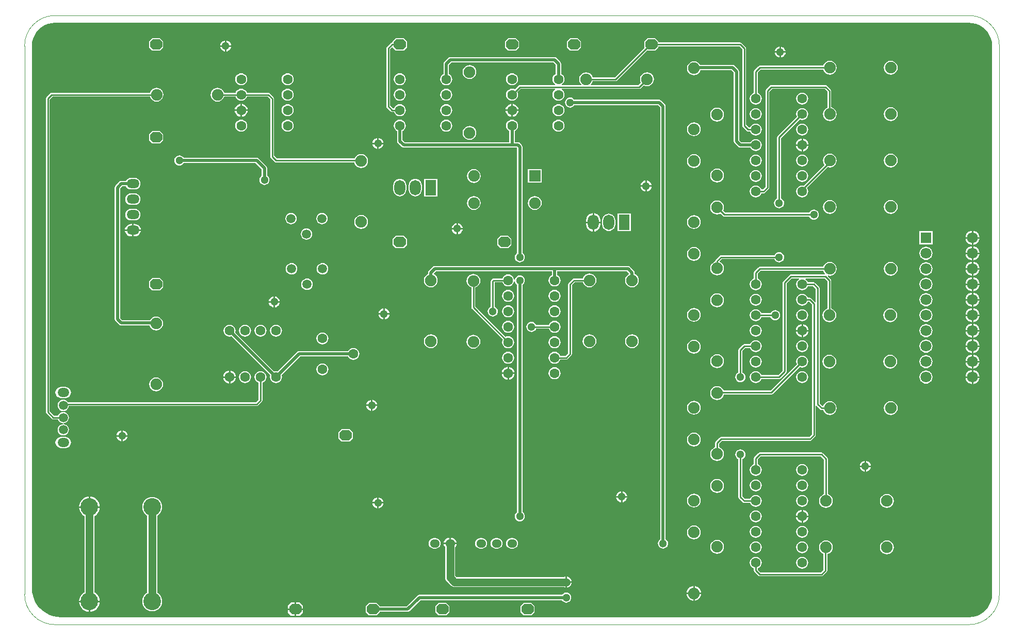
<source format=gbl>
G04*
G04 #@! TF.GenerationSoftware,Altium Limited,Altium Designer,20.1.12 (249)*
G04*
G04 Layer_Physical_Order=2*
G04 Layer_Color=16711680*
%FSLAX25Y25*%
%MOIN*%
G70*
G04*
G04 #@! TF.SameCoordinates,6C7D9CAF-E978-41D4-BD8A-455F840FEFA2*
G04*
G04*
G04 #@! TF.FilePolarity,Positive*
G04*
G01*
G75*
%ADD12C,0.01000*%
%ADD14C,0.00197*%
%ADD51C,0.02000*%
%ADD52C,0.05000*%
G04:AMPARAMS|DCode=56|XSize=78.74mil|YSize=66.93mil|CornerRadius=0mil|HoleSize=0mil|Usage=FLASHONLY|Rotation=0.000|XOffset=0mil|YOffset=0mil|HoleType=Round|Shape=Octagon|*
%AMOCTAGOND56*
4,1,8,0.03937,-0.01673,0.03937,0.01673,0.02264,0.03347,-0.02264,0.03347,-0.03937,0.01673,-0.03937,-0.01673,-0.02264,-0.03347,0.02264,-0.03347,0.03937,-0.01673,0.0*
%
%ADD56OCTAGOND56*%

%ADD57C,0.06299*%
%ADD58O,0.07480X0.05906*%
%ADD59C,0.05906*%
%ADD60R,0.07087X0.09843*%
%ADD61O,0.07087X0.09843*%
%ADD62O,0.08268X0.05906*%
%ADD63C,0.11417*%
%ADD64C,0.07480*%
%ADD65R,0.07480X0.07480*%
%ADD66C,0.07087*%
%ADD67R,0.07087X0.07087*%
%ADD68O,0.06299X0.05315*%
%ADD69C,0.05118*%
G36*
X612574Y388777D02*
X614855Y388230D01*
X617021Y387333D01*
X619021Y386107D01*
X620804Y384584D01*
X622328Y382801D01*
X623553Y380801D01*
X624450Y378634D01*
X624998Y376354D01*
X625179Y374058D01*
X625170Y374016D01*
Y19685D01*
X625179Y19643D01*
X624998Y17347D01*
X624450Y15067D01*
X623553Y12900D01*
X622328Y10900D01*
X620804Y9117D01*
X619021Y7594D01*
X617021Y6368D01*
X614855Y5471D01*
X612574Y4923D01*
X610278Y4743D01*
X610236Y4751D01*
X23622Y4751D01*
X23622Y4751D01*
Y4751D01*
X23133Y4777D01*
X21158Y4907D01*
X18736Y5388D01*
X16398Y6182D01*
X14184Y7274D01*
X12130Y8646D01*
X10274Y10274D01*
X8646Y12130D01*
X7274Y14184D01*
X6182Y16398D01*
X5388Y18736D01*
X4907Y21158D01*
X4747Y23599D01*
X4751Y23622D01*
Y374016D01*
X4743Y374058D01*
X4923Y376354D01*
X5471Y378634D01*
X6368Y380801D01*
X7594Y382801D01*
X9117Y384584D01*
X10900Y386107D01*
X12900Y387333D01*
X15067Y388230D01*
X17347Y388777D01*
X19643Y388958D01*
X19685Y388950D01*
X610236D01*
X610278Y388958D01*
X612574Y388777D01*
D02*
G37*
%LPC*%
G36*
X130421Y377540D02*
Y374516D01*
X133445D01*
X133389Y374945D01*
X133030Y375811D01*
X132460Y376554D01*
X131716Y377125D01*
X130850Y377483D01*
X130421Y377540D01*
D02*
G37*
G36*
X129421D02*
X128992Y377483D01*
X128126Y377125D01*
X127383Y376554D01*
X126812Y375811D01*
X126454Y374945D01*
X126397Y374516D01*
X129421D01*
Y377540D01*
D02*
G37*
G36*
X357614Y379047D02*
X352386D01*
X350363Y377023D01*
Y372977D01*
X352386Y370953D01*
X357614D01*
X359637Y372977D01*
Y377023D01*
X357614Y379047D01*
D02*
G37*
G36*
X317614D02*
X312386D01*
X310363Y377023D01*
Y372977D01*
X312386Y370953D01*
X317614D01*
X319637Y372977D01*
Y377023D01*
X317614Y379047D01*
D02*
G37*
G36*
X245114D02*
X239886D01*
X237863Y377023D01*
Y376223D01*
X237500D01*
X237032Y376130D01*
X236635Y375865D01*
X234135Y373365D01*
X233870Y372968D01*
X233776Y372500D01*
Y335000D01*
X233870Y334532D01*
X234135Y334135D01*
X236635Y331635D01*
X237032Y331370D01*
X237500Y331276D01*
X238840D01*
X239137Y330559D01*
X239754Y329754D01*
X240559Y329137D01*
X241495Y328749D01*
X242500Y328617D01*
X243505Y328749D01*
X244441Y329137D01*
X245246Y329754D01*
X245863Y330559D01*
X246251Y331495D01*
X246383Y332500D01*
X246251Y333505D01*
X245863Y334441D01*
X245246Y335246D01*
X244441Y335863D01*
X243505Y336250D01*
X242500Y336383D01*
X241495Y336250D01*
X240559Y335863D01*
X239754Y335246D01*
X239137Y334441D01*
X238840Y333723D01*
X238007D01*
X236224Y335507D01*
Y371993D01*
X237401Y373171D01*
X237827Y372994D01*
X237889Y372951D01*
X239886Y370953D01*
X245114D01*
X247137Y372977D01*
Y377023D01*
X245114Y379047D01*
D02*
G37*
G36*
X87614D02*
X82386D01*
X80363Y377023D01*
Y372977D01*
X82386Y370953D01*
X87614D01*
X89637Y372977D01*
Y377023D01*
X87614Y379047D01*
D02*
G37*
G36*
X488689Y373603D02*
Y370579D01*
X491713D01*
X491656Y371008D01*
X491298Y371874D01*
X490727Y372617D01*
X489984Y373188D01*
X489118Y373546D01*
X488689Y373603D01*
D02*
G37*
G36*
X487689D02*
X487260Y373546D01*
X486394Y373188D01*
X485651Y372617D01*
X485080Y371874D01*
X484722Y371008D01*
X484665Y370579D01*
X487689D01*
Y373603D01*
D02*
G37*
G36*
X133445Y373516D02*
X130421D01*
Y370492D01*
X130850Y370548D01*
X131716Y370907D01*
X132460Y371477D01*
X133030Y372221D01*
X133389Y373087D01*
X133445Y373516D01*
D02*
G37*
G36*
X129421D02*
X126397D01*
X126454Y373087D01*
X126812Y372221D01*
X127383Y371477D01*
X128126Y370907D01*
X128992Y370548D01*
X129421Y370492D01*
Y373516D01*
D02*
G37*
G36*
X491713Y369579D02*
X488689D01*
Y366555D01*
X489118Y366611D01*
X489984Y366970D01*
X490727Y367540D01*
X491298Y368284D01*
X491656Y369150D01*
X491713Y369579D01*
D02*
G37*
G36*
X487689D02*
X484665D01*
X484722Y369150D01*
X485080Y368284D01*
X485651Y367540D01*
X486394Y366970D01*
X487260Y366611D01*
X487689Y366555D01*
Y369579D01*
D02*
G37*
G36*
X559685Y364478D02*
X558526Y364326D01*
X557446Y363878D01*
X556518Y363167D01*
X555807Y362239D01*
X555359Y361159D01*
X555207Y360000D01*
X555359Y358841D01*
X555807Y357761D01*
X556518Y356833D01*
X557446Y356121D01*
X558526Y355674D01*
X559685Y355521D01*
X560844Y355674D01*
X561924Y356121D01*
X562852Y356833D01*
X563563Y357761D01*
X564011Y358841D01*
X564163Y360000D01*
X564011Y361159D01*
X563563Y362239D01*
X562852Y363167D01*
X561924Y363878D01*
X560844Y364326D01*
X559685Y364478D01*
D02*
G37*
G36*
X520315D02*
X519156Y364326D01*
X518076Y363878D01*
X517148Y363167D01*
X516436Y362239D01*
X516016Y361224D01*
X475000D01*
X474532Y361130D01*
X474135Y360865D01*
X471635Y358365D01*
X471370Y357968D01*
X471277Y357500D01*
Y343660D01*
X470559Y343363D01*
X469754Y342746D01*
X469137Y341941D01*
X468750Y341005D01*
X468617Y340000D01*
X468750Y338995D01*
X469137Y338059D01*
X469754Y337254D01*
X470559Y336637D01*
X471495Y336249D01*
X472500Y336117D01*
X473505Y336249D01*
X474441Y336637D01*
X475246Y337254D01*
X475863Y338059D01*
X476251Y338995D01*
X476383Y340000D01*
X476251Y341005D01*
X475863Y341941D01*
X475246Y342746D01*
X474441Y343363D01*
X473724Y343660D01*
Y356993D01*
X475507Y358776D01*
X516016D01*
X516436Y357761D01*
X517148Y356833D01*
X518076Y356121D01*
X519156Y355674D01*
X520315Y355521D01*
X521474Y355674D01*
X522554Y356121D01*
X523482Y356833D01*
X524193Y357761D01*
X524641Y358841D01*
X524793Y360000D01*
X524641Y361159D01*
X524193Y362239D01*
X523482Y363167D01*
X522554Y363878D01*
X521474Y364326D01*
X520315Y364478D01*
D02*
G37*
G36*
X287500Y361664D02*
X286341Y361511D01*
X285261Y361064D01*
X284333Y360352D01*
X283622Y359424D01*
X283174Y358344D01*
X283021Y357185D01*
X283174Y356026D01*
X283622Y354946D01*
X284333Y354018D01*
X285261Y353307D01*
X286341Y352859D01*
X287500Y352707D01*
X288659Y352859D01*
X289739Y353307D01*
X290667Y354018D01*
X291378Y354946D01*
X291826Y356026D01*
X291979Y357185D01*
X291826Y358344D01*
X291378Y359424D01*
X290667Y360352D01*
X289739Y361064D01*
X288659Y361511D01*
X287500Y361664D01*
D02*
G37*
G36*
X315000Y356383D02*
X313995Y356251D01*
X313059Y355863D01*
X312254Y355246D01*
X311637Y354441D01*
X311249Y353505D01*
X311117Y352500D01*
X311249Y351495D01*
X311637Y350559D01*
X312254Y349754D01*
X313059Y349137D01*
X313995Y348749D01*
X315000Y348617D01*
X316005Y348749D01*
X316941Y349137D01*
X317746Y349754D01*
X318363Y350559D01*
X318751Y351495D01*
X318883Y352500D01*
X318751Y353505D01*
X318363Y354441D01*
X317746Y355246D01*
X316941Y355863D01*
X316005Y356251D01*
X315000Y356383D01*
D02*
G37*
G36*
X242500D02*
X241495Y356251D01*
X240559Y355863D01*
X239754Y355246D01*
X239137Y354441D01*
X238750Y353505D01*
X238617Y352500D01*
X238750Y351495D01*
X239137Y350559D01*
X239754Y349754D01*
X240559Y349137D01*
X241495Y348749D01*
X242500Y348617D01*
X243505Y348749D01*
X244441Y349137D01*
X245246Y349754D01*
X245863Y350559D01*
X246251Y351495D01*
X246383Y352500D01*
X246251Y353505D01*
X245863Y354441D01*
X245246Y355246D01*
X244441Y355863D01*
X243505Y356251D01*
X242500Y356383D01*
D02*
G37*
G36*
X170000D02*
X168995Y356251D01*
X168059Y355863D01*
X167254Y355246D01*
X166637Y354441D01*
X166250Y353505D01*
X166117Y352500D01*
X166250Y351495D01*
X166637Y350559D01*
X167254Y349754D01*
X168059Y349137D01*
X168995Y348749D01*
X170000Y348617D01*
X171005Y348749D01*
X171941Y349137D01*
X172746Y349754D01*
X173363Y350559D01*
X173750Y351495D01*
X173883Y352500D01*
X173750Y353505D01*
X173363Y354441D01*
X172746Y355246D01*
X171941Y355863D01*
X171005Y356251D01*
X170000Y356383D01*
D02*
G37*
G36*
X140000D02*
X138995Y356251D01*
X138059Y355863D01*
X137254Y355246D01*
X136637Y354441D01*
X136249Y353505D01*
X136117Y352500D01*
X136249Y351495D01*
X136637Y350559D01*
X137254Y349754D01*
X138059Y349137D01*
X138995Y348749D01*
X140000Y348617D01*
X141005Y348749D01*
X141941Y349137D01*
X142746Y349754D01*
X143363Y350559D01*
X143751Y351495D01*
X143883Y352500D01*
X143751Y353505D01*
X143363Y354441D01*
X142746Y355246D01*
X141941Y355863D01*
X141005Y356251D01*
X140000Y356383D01*
D02*
G37*
G36*
X272500Y346383D02*
X271495Y346251D01*
X270559Y345863D01*
X269754Y345246D01*
X269137Y344441D01*
X268749Y343505D01*
X268617Y342500D01*
X268749Y341495D01*
X269137Y340559D01*
X269754Y339754D01*
X270559Y339137D01*
X271495Y338750D01*
X272500Y338617D01*
X273505Y338750D01*
X274441Y339137D01*
X275246Y339754D01*
X275863Y340559D01*
X276251Y341495D01*
X276383Y342500D01*
X276251Y343505D01*
X275863Y344441D01*
X275246Y345246D01*
X274441Y345863D01*
X273505Y346251D01*
X272500Y346383D01*
D02*
G37*
G36*
X242500D02*
X241495Y346251D01*
X240559Y345863D01*
X239754Y345246D01*
X239137Y344441D01*
X238750Y343505D01*
X238617Y342500D01*
X238750Y341495D01*
X239137Y340559D01*
X239754Y339754D01*
X240559Y339137D01*
X241495Y338750D01*
X242500Y338617D01*
X243505Y338750D01*
X244441Y339137D01*
X245246Y339754D01*
X245863Y340559D01*
X246251Y341495D01*
X246383Y342500D01*
X246251Y343505D01*
X245863Y344441D01*
X245246Y345246D01*
X244441Y345863D01*
X243505Y346251D01*
X242500Y346383D01*
D02*
G37*
G36*
X170000D02*
X168995Y346251D01*
X168059Y345863D01*
X167254Y345246D01*
X166637Y344441D01*
X166250Y343505D01*
X166117Y342500D01*
X166250Y341495D01*
X166637Y340559D01*
X167254Y339754D01*
X168059Y339137D01*
X168995Y338750D01*
X170000Y338617D01*
X171005Y338750D01*
X171941Y339137D01*
X172746Y339754D01*
X173363Y340559D01*
X173750Y341495D01*
X173883Y342500D01*
X173750Y343505D01*
X173363Y344441D01*
X172746Y345246D01*
X171941Y345863D01*
X171005Y346251D01*
X170000Y346383D01*
D02*
G37*
G36*
X85315Y346978D02*
X84156Y346826D01*
X83076Y346378D01*
X82148Y345667D01*
X81437Y344739D01*
X81016Y343724D01*
X17500D01*
X17032Y343630D01*
X16635Y343365D01*
X14135Y340865D01*
X13870Y340468D01*
X13777Y340000D01*
X13777Y137500D01*
X13870Y137032D01*
X14135Y136635D01*
X17777Y132993D01*
X18173Y132728D01*
X18642Y132635D01*
X21553D01*
X21809Y132016D01*
X22395Y131253D01*
X23158Y130668D01*
X24046Y130299D01*
X25000Y130174D01*
X25954Y130299D01*
X26842Y130668D01*
X27605Y131253D01*
X28191Y132016D01*
X28559Y132905D01*
X28684Y133858D01*
X28559Y134812D01*
X28191Y135700D01*
X27605Y136463D01*
X26842Y137049D01*
X25954Y137417D01*
X25000Y137542D01*
X24046Y137417D01*
X23158Y137049D01*
X22395Y136463D01*
X21809Y135700D01*
X21553Y135082D01*
X19149D01*
X16224Y138007D01*
X16224Y339493D01*
X18007Y341277D01*
X81016D01*
X81437Y340261D01*
X82148Y339333D01*
X83076Y338621D01*
X84156Y338174D01*
X85315Y338021D01*
X86474Y338174D01*
X87554Y338621D01*
X88482Y339333D01*
X89193Y340261D01*
X89641Y341341D01*
X89793Y342500D01*
X89641Y343659D01*
X89193Y344739D01*
X88482Y345667D01*
X87554Y346378D01*
X86474Y346826D01*
X85315Y346978D01*
D02*
G37*
G36*
X502500Y343883D02*
X501495Y343751D01*
X500559Y343363D01*
X499754Y342746D01*
X499137Y341941D01*
X498749Y341005D01*
X498617Y340000D01*
X498749Y338995D01*
X499137Y338059D01*
X499754Y337254D01*
X500559Y336637D01*
X501495Y336249D01*
X502500Y336117D01*
X503505Y336249D01*
X504441Y336637D01*
X505246Y337254D01*
X505863Y338059D01*
X506250Y338995D01*
X506383Y340000D01*
X506250Y341005D01*
X505863Y341941D01*
X505246Y342746D01*
X504441Y343363D01*
X503505Y343751D01*
X502500Y343883D01*
D02*
G37*
G36*
X315500Y336620D02*
Y333000D01*
X319120D01*
X319043Y333583D01*
X318625Y334593D01*
X317959Y335459D01*
X317093Y336125D01*
X316083Y336543D01*
X315500Y336620D01*
D02*
G37*
G36*
X314500D02*
X313917Y336543D01*
X312907Y336125D01*
X312040Y335459D01*
X311375Y334593D01*
X310957Y333583D01*
X310880Y333000D01*
X314500D01*
Y336620D01*
D02*
G37*
G36*
X140500D02*
Y333000D01*
X144120D01*
X144043Y333583D01*
X143625Y334593D01*
X142959Y335459D01*
X142093Y336125D01*
X141083Y336543D01*
X140500Y336620D01*
D02*
G37*
G36*
X139500D02*
X138917Y336543D01*
X137907Y336125D01*
X137040Y335459D01*
X136375Y334593D01*
X135957Y333583D01*
X135880Y333000D01*
X139500D01*
Y336620D01*
D02*
G37*
G36*
X345000Y336383D02*
X343995Y336250D01*
X343059Y335863D01*
X342254Y335246D01*
X341637Y334441D01*
X341249Y333505D01*
X341117Y332500D01*
X341249Y331495D01*
X341637Y330559D01*
X342254Y329754D01*
X343059Y329137D01*
X343995Y328749D01*
X345000Y328617D01*
X346005Y328749D01*
X346941Y329137D01*
X347746Y329754D01*
X348363Y330559D01*
X348750Y331495D01*
X348883Y332500D01*
X348750Y333505D01*
X348363Y334441D01*
X347746Y335246D01*
X346941Y335863D01*
X346005Y336250D01*
X345000Y336383D01*
D02*
G37*
G36*
X272500D02*
X271495Y336250D01*
X270559Y335863D01*
X269754Y335246D01*
X269137Y334441D01*
X268749Y333505D01*
X268617Y332500D01*
X268749Y331495D01*
X269137Y330559D01*
X269754Y329754D01*
X270559Y329137D01*
X271495Y328749D01*
X272500Y328617D01*
X273505Y328749D01*
X274441Y329137D01*
X275246Y329754D01*
X275863Y330559D01*
X276251Y331495D01*
X276383Y332500D01*
X276251Y333505D01*
X275863Y334441D01*
X275246Y335246D01*
X274441Y335863D01*
X273505Y336250D01*
X272500Y336383D01*
D02*
G37*
G36*
X170000D02*
X168995Y336250D01*
X168059Y335863D01*
X167254Y335246D01*
X166637Y334441D01*
X166250Y333505D01*
X166117Y332500D01*
X166250Y331495D01*
X166637Y330559D01*
X167254Y329754D01*
X168059Y329137D01*
X168995Y328749D01*
X170000Y328617D01*
X171005Y328749D01*
X171941Y329137D01*
X172746Y329754D01*
X173363Y330559D01*
X173750Y331495D01*
X173883Y332500D01*
X173750Y333505D01*
X173363Y334441D01*
X172746Y335246D01*
X171941Y335863D01*
X171005Y336250D01*
X170000Y336383D01*
D02*
G37*
G36*
X319120Y332000D02*
X315500D01*
Y328380D01*
X316083Y328457D01*
X317093Y328875D01*
X317959Y329540D01*
X318625Y330407D01*
X319043Y331417D01*
X319120Y332000D01*
D02*
G37*
G36*
X314500D02*
X310880D01*
X310957Y331417D01*
X311375Y330407D01*
X312040Y329540D01*
X312907Y328875D01*
X313917Y328457D01*
X314500Y328380D01*
Y332000D01*
D02*
G37*
G36*
X144120D02*
X140500D01*
Y328380D01*
X141083Y328457D01*
X142093Y328875D01*
X142959Y329540D01*
X143625Y330407D01*
X144043Y331417D01*
X144120Y332000D01*
D02*
G37*
G36*
X139500D02*
X135880D01*
X135957Y331417D01*
X136375Y330407D01*
X137040Y329540D01*
X137907Y328875D01*
X138917Y328457D01*
X139500Y328380D01*
Y332000D01*
D02*
G37*
G36*
X502500Y333883D02*
X501495Y333751D01*
X500559Y333363D01*
X499754Y332746D01*
X499137Y331941D01*
X498749Y331005D01*
X498617Y330000D01*
X498749Y328995D01*
X499047Y328277D01*
X486635Y315865D01*
X486370Y315468D01*
X486276Y315000D01*
Y275521D01*
X485856Y275347D01*
X485176Y274824D01*
X484653Y274144D01*
X484325Y273351D01*
X484213Y272500D01*
X484325Y271649D01*
X484653Y270856D01*
X485176Y270176D01*
X485856Y269653D01*
X486649Y269325D01*
X487500Y269213D01*
X488351Y269325D01*
X489144Y269653D01*
X489824Y270176D01*
X490347Y270856D01*
X490675Y271649D01*
X490787Y272500D01*
X490675Y273351D01*
X490347Y274144D01*
X489824Y274824D01*
X489144Y275347D01*
X488724Y275521D01*
Y314493D01*
X500777Y326547D01*
X501495Y326250D01*
X502500Y326117D01*
X503505Y326250D01*
X504441Y326637D01*
X505246Y327254D01*
X505863Y328059D01*
X506250Y328995D01*
X506383Y330000D01*
X506250Y331005D01*
X505863Y331941D01*
X505246Y332746D01*
X504441Y333363D01*
X503505Y333751D01*
X502500Y333883D01*
D02*
G37*
G36*
X472500D02*
X471495Y333751D01*
X470559Y333363D01*
X469754Y332746D01*
X469137Y331941D01*
X468750Y331005D01*
X468617Y330000D01*
X468750Y328995D01*
X469137Y328059D01*
X469754Y327254D01*
X470559Y326637D01*
X471495Y326250D01*
X472500Y326117D01*
X473505Y326250D01*
X474441Y326637D01*
X475246Y327254D01*
X475863Y328059D01*
X476251Y328995D01*
X476383Y330000D01*
X476251Y331005D01*
X475863Y331941D01*
X475246Y332746D01*
X474441Y333363D01*
X473505Y333751D01*
X472500Y333883D01*
D02*
G37*
G36*
X559685Y334478D02*
X558526Y334326D01*
X557446Y333878D01*
X556518Y333167D01*
X555807Y332239D01*
X555359Y331159D01*
X555207Y330000D01*
X555359Y328841D01*
X555807Y327761D01*
X556518Y326833D01*
X557446Y326121D01*
X558526Y325674D01*
X559685Y325521D01*
X560844Y325674D01*
X561924Y326121D01*
X562852Y326833D01*
X563563Y327761D01*
X564011Y328841D01*
X564163Y330000D01*
X564011Y331159D01*
X563563Y332239D01*
X562852Y333167D01*
X561924Y333878D01*
X560844Y334326D01*
X559685Y334478D01*
D02*
G37*
G36*
X517500Y348724D02*
X482500D01*
X482032Y348630D01*
X481635Y348365D01*
X479135Y345865D01*
X478870Y345468D01*
X478777Y345000D01*
Y283007D01*
X476993Y281224D01*
X476160D01*
X475863Y281941D01*
X475246Y282746D01*
X474441Y283363D01*
X473505Y283751D01*
X472500Y283883D01*
X471495Y283751D01*
X470559Y283363D01*
X469754Y282746D01*
X469137Y281941D01*
X468750Y281005D01*
X468617Y280000D01*
X468750Y278995D01*
X469137Y278059D01*
X469754Y277254D01*
X470559Y276637D01*
X471495Y276250D01*
X472500Y276117D01*
X473505Y276250D01*
X474441Y276637D01*
X475246Y277254D01*
X475863Y278059D01*
X476160Y278777D01*
X477500D01*
X477968Y278870D01*
X478365Y279135D01*
X480865Y281635D01*
X481130Y282032D01*
X481223Y282500D01*
Y344493D01*
X483007Y346276D01*
X516993D01*
X518777Y344493D01*
Y334169D01*
X518076Y333878D01*
X517148Y333167D01*
X516436Y332239D01*
X515989Y331159D01*
X515836Y330000D01*
X515989Y328841D01*
X516436Y327761D01*
X517148Y326833D01*
X518076Y326121D01*
X519156Y325674D01*
X520315Y325521D01*
X521474Y325674D01*
X522554Y326121D01*
X523482Y326833D01*
X524193Y327761D01*
X524641Y328841D01*
X524793Y330000D01*
X524641Y331159D01*
X524193Y332239D01*
X523482Y333167D01*
X522554Y333878D01*
X521474Y334326D01*
X521223Y334359D01*
Y345000D01*
X521130Y345468D01*
X520865Y345865D01*
X518365Y348365D01*
X517968Y348630D01*
X517500Y348724D01*
D02*
G37*
G36*
X447500Y334163D02*
X446341Y334011D01*
X445261Y333563D01*
X444333Y332852D01*
X443621Y331924D01*
X443174Y330844D01*
X443021Y329685D01*
X443174Y328526D01*
X443621Y327446D01*
X444333Y326518D01*
X445261Y325807D01*
X446341Y325359D01*
X447500Y325207D01*
X448659Y325359D01*
X449739Y325807D01*
X450667Y326518D01*
X451378Y327446D01*
X451826Y328526D01*
X451978Y329685D01*
X451826Y330844D01*
X451378Y331924D01*
X450667Y332852D01*
X449739Y333563D01*
X448659Y334011D01*
X447500Y334163D01*
D02*
G37*
G36*
X345000Y326383D02*
X343995Y326251D01*
X343059Y325863D01*
X342254Y325246D01*
X341637Y324441D01*
X341249Y323505D01*
X341117Y322500D01*
X341249Y321495D01*
X341637Y320559D01*
X342254Y319754D01*
X343059Y319137D01*
X343995Y318749D01*
X345000Y318617D01*
X346005Y318749D01*
X346941Y319137D01*
X347746Y319754D01*
X348363Y320559D01*
X348750Y321495D01*
X348883Y322500D01*
X348750Y323505D01*
X348363Y324441D01*
X347746Y325246D01*
X346941Y325863D01*
X346005Y326251D01*
X345000Y326383D01*
D02*
G37*
G36*
X272500D02*
X271495Y326251D01*
X270559Y325863D01*
X269754Y325246D01*
X269137Y324441D01*
X268749Y323505D01*
X268617Y322500D01*
X268749Y321495D01*
X269137Y320559D01*
X269754Y319754D01*
X270559Y319137D01*
X271495Y318749D01*
X272500Y318617D01*
X273505Y318749D01*
X274441Y319137D01*
X275246Y319754D01*
X275863Y320559D01*
X276251Y321495D01*
X276383Y322500D01*
X276251Y323505D01*
X275863Y324441D01*
X275246Y325246D01*
X274441Y325863D01*
X273505Y326251D01*
X272500Y326383D01*
D02*
G37*
G36*
X170000D02*
X168995Y326251D01*
X168059Y325863D01*
X167254Y325246D01*
X166637Y324441D01*
X166250Y323505D01*
X166117Y322500D01*
X166250Y321495D01*
X166637Y320559D01*
X167254Y319754D01*
X168059Y319137D01*
X168995Y318749D01*
X170000Y318617D01*
X171005Y318749D01*
X171941Y319137D01*
X172746Y319754D01*
X173363Y320559D01*
X173750Y321495D01*
X173883Y322500D01*
X173750Y323505D01*
X173363Y324441D01*
X172746Y325246D01*
X171941Y325863D01*
X171005Y326251D01*
X170000Y326383D01*
D02*
G37*
G36*
X140000D02*
X138995Y326251D01*
X138059Y325863D01*
X137254Y325246D01*
X136637Y324441D01*
X136249Y323505D01*
X136117Y322500D01*
X136249Y321495D01*
X136637Y320559D01*
X137254Y319754D01*
X138059Y319137D01*
X138995Y318749D01*
X140000Y318617D01*
X141005Y318749D01*
X141941Y319137D01*
X142746Y319754D01*
X143363Y320559D01*
X143751Y321495D01*
X143883Y322500D01*
X143751Y323505D01*
X143363Y324441D01*
X142746Y325246D01*
X141941Y325863D01*
X141005Y326251D01*
X140000Y326383D01*
D02*
G37*
G36*
X502500Y323883D02*
X501495Y323750D01*
X500559Y323363D01*
X499754Y322746D01*
X499137Y321941D01*
X498749Y321005D01*
X498617Y320000D01*
X498749Y318995D01*
X499137Y318059D01*
X499754Y317254D01*
X500559Y316637D01*
X501495Y316249D01*
X502500Y316117D01*
X503505Y316249D01*
X504441Y316637D01*
X505246Y317254D01*
X505863Y318059D01*
X506250Y318995D01*
X506383Y320000D01*
X506250Y321005D01*
X505863Y321941D01*
X505246Y322746D01*
X504441Y323363D01*
X503505Y323750D01*
X502500Y323883D01*
D02*
G37*
G36*
X407614Y379047D02*
X402386D01*
X400363Y377023D01*
Y372977D01*
X400510Y372830D01*
X381403Y353724D01*
X367114D01*
X366693Y354739D01*
X365982Y355667D01*
X365054Y356379D01*
X363974Y356826D01*
X362815Y356979D01*
X361656Y356826D01*
X360576Y356379D01*
X359648Y355667D01*
X358937Y354739D01*
X358489Y353659D01*
X358336Y352500D01*
X358489Y351341D01*
X358937Y350261D01*
X359648Y349333D01*
X359826Y349197D01*
X359665Y348724D01*
X347182D01*
X347054Y349223D01*
X347746Y349754D01*
X348363Y350559D01*
X348750Y351495D01*
X348883Y352500D01*
X348750Y353505D01*
X348363Y354441D01*
X347746Y355246D01*
X346941Y355863D01*
X346733Y355949D01*
Y362500D01*
X346601Y363163D01*
X346226Y363726D01*
X343726Y366226D01*
X343163Y366601D01*
X342500Y366733D01*
X275000D01*
X274337Y366601D01*
X273774Y366226D01*
X271274Y363726D01*
X270899Y363163D01*
X270767Y362500D01*
Y355949D01*
X270559Y355863D01*
X269754Y355246D01*
X269137Y354441D01*
X268749Y353505D01*
X268617Y352500D01*
X268749Y351495D01*
X269137Y350559D01*
X269754Y349754D01*
X270559Y349137D01*
X271495Y348749D01*
X272500Y348617D01*
X273505Y348749D01*
X274441Y349137D01*
X275246Y349754D01*
X275863Y350559D01*
X276251Y351495D01*
X276383Y352500D01*
X276251Y353505D01*
X275863Y354441D01*
X275246Y355246D01*
X274441Y355863D01*
X274233Y355949D01*
Y361782D01*
X275718Y363267D01*
X341782D01*
X343267Y361782D01*
Y355949D01*
X343059Y355863D01*
X342254Y355246D01*
X341637Y354441D01*
X341249Y353505D01*
X341117Y352500D01*
X341249Y351495D01*
X341637Y350559D01*
X342254Y349754D01*
X342946Y349223D01*
X342818Y348724D01*
X320000D01*
X319532Y348630D01*
X319135Y348365D01*
X316723Y345953D01*
X316005Y346251D01*
X315000Y346383D01*
X313995Y346251D01*
X313059Y345863D01*
X312254Y345246D01*
X311637Y344441D01*
X311249Y343505D01*
X311117Y342500D01*
X311249Y341495D01*
X311637Y340559D01*
X312254Y339754D01*
X313059Y339137D01*
X313995Y338750D01*
X315000Y338617D01*
X316005Y338750D01*
X316941Y339137D01*
X317746Y339754D01*
X318363Y340559D01*
X318751Y341495D01*
X318883Y342500D01*
X318751Y343505D01*
X318453Y344223D01*
X320507Y346276D01*
X342818D01*
X342946Y345777D01*
X342254Y345246D01*
X341637Y344441D01*
X341249Y343505D01*
X341117Y342500D01*
X341249Y341495D01*
X341637Y340559D01*
X342254Y339754D01*
X343059Y339137D01*
X343995Y338750D01*
X345000Y338617D01*
X346005Y338750D01*
X346941Y339137D01*
X347746Y339754D01*
X348363Y340559D01*
X348750Y341495D01*
X348883Y342500D01*
X348750Y343505D01*
X348363Y344441D01*
X347746Y345246D01*
X347054Y345777D01*
X347182Y346276D01*
X397185D01*
X397653Y346370D01*
X398050Y346635D01*
X400010Y348595D01*
X401026Y348174D01*
X402185Y348022D01*
X403344Y348174D01*
X404424Y348622D01*
X405352Y349333D01*
X406064Y350261D01*
X406511Y351341D01*
X406664Y352500D01*
X406511Y353659D01*
X406064Y354739D01*
X405352Y355667D01*
X404424Y356379D01*
X403344Y356826D01*
X402185Y356979D01*
X401026Y356826D01*
X399946Y356379D01*
X399018Y355667D01*
X398307Y354739D01*
X397859Y353659D01*
X397707Y352500D01*
X397859Y351341D01*
X398280Y350325D01*
X396678Y348724D01*
X365965D01*
X365804Y349197D01*
X365982Y349333D01*
X366693Y350261D01*
X367114Y351276D01*
X381909D01*
X382378Y351370D01*
X382775Y351635D01*
X402240Y371100D01*
X402386Y370953D01*
X407614D01*
X409637Y372977D01*
Y373777D01*
X461993D01*
X463776Y371993D01*
Y322500D01*
X463870Y322032D01*
X464135Y321635D01*
X466635Y319135D01*
X467032Y318870D01*
X467500Y318776D01*
X468840D01*
X469137Y318059D01*
X469754Y317254D01*
X470559Y316637D01*
X471495Y316249D01*
X472500Y316117D01*
X473505Y316249D01*
X474441Y316637D01*
X475246Y317254D01*
X475863Y318059D01*
X476251Y318995D01*
X476383Y320000D01*
X476251Y321005D01*
X475863Y321941D01*
X475246Y322746D01*
X474441Y323363D01*
X473505Y323750D01*
X472500Y323883D01*
X471495Y323750D01*
X470559Y323363D01*
X469754Y322746D01*
X469137Y321941D01*
X468840Y321223D01*
X468007D01*
X466223Y323007D01*
Y372500D01*
X466130Y372968D01*
X465865Y373365D01*
X463365Y375865D01*
X462968Y376130D01*
X462500Y376223D01*
X409637D01*
Y377023D01*
X407614Y379047D01*
D02*
G37*
G36*
X432500Y324695D02*
X431341Y324542D01*
X430261Y324095D01*
X429333Y323383D01*
X428621Y322456D01*
X428174Y321376D01*
X428021Y320216D01*
X428174Y319057D01*
X428621Y317977D01*
X429333Y317050D01*
X430261Y316338D01*
X431341Y315891D01*
X432500Y315738D01*
X433659Y315891D01*
X434739Y316338D01*
X435667Y317050D01*
X436378Y317977D01*
X436826Y319057D01*
X436978Y320216D01*
X436826Y321376D01*
X436378Y322456D01*
X435667Y323383D01*
X434739Y324095D01*
X433659Y324542D01*
X432500Y324695D01*
D02*
G37*
G36*
X287500Y322293D02*
X286341Y322141D01*
X285261Y321693D01*
X284333Y320982D01*
X283622Y320054D01*
X283174Y318974D01*
X283021Y317815D01*
X283174Y316656D01*
X283622Y315576D01*
X284333Y314648D01*
X285261Y313936D01*
X286341Y313489D01*
X287500Y313336D01*
X288659Y313489D01*
X289739Y313936D01*
X290667Y314648D01*
X291378Y315576D01*
X291826Y316656D01*
X291979Y317815D01*
X291826Y318974D01*
X291378Y320054D01*
X290667Y320982D01*
X289739Y321693D01*
X288659Y322141D01*
X287500Y322293D01*
D02*
G37*
G36*
X315000Y326383D02*
X313995Y326251D01*
X313059Y325863D01*
X312254Y325246D01*
X311637Y324441D01*
X311249Y323505D01*
X311117Y322500D01*
X311249Y321495D01*
X311637Y320559D01*
X312254Y319754D01*
X313059Y319137D01*
X313267Y319051D01*
Y311733D01*
X245718D01*
X244233Y313218D01*
Y319051D01*
X244441Y319137D01*
X245246Y319754D01*
X245863Y320559D01*
X246251Y321495D01*
X246383Y322500D01*
X246251Y323505D01*
X245863Y324441D01*
X245246Y325246D01*
X244441Y325863D01*
X243505Y326251D01*
X242500Y326383D01*
X241495Y326251D01*
X240559Y325863D01*
X239754Y325246D01*
X239137Y324441D01*
X238750Y323505D01*
X238617Y322500D01*
X238750Y321495D01*
X239137Y320559D01*
X239754Y319754D01*
X240559Y319137D01*
X240767Y319051D01*
Y312500D01*
X240899Y311837D01*
X241274Y311274D01*
X243774Y308774D01*
X244337Y308399D01*
X245000Y308267D01*
X318110D01*
X318267Y308110D01*
Y240278D01*
X317676Y239824D01*
X317153Y239144D01*
X316825Y238351D01*
X316713Y237500D01*
X316825Y236649D01*
X317153Y235856D01*
X317676Y235176D01*
X318356Y234653D01*
X319149Y234325D01*
X320000Y234213D01*
X320851Y234325D01*
X321644Y234653D01*
X322324Y235176D01*
X322847Y235856D01*
X323175Y236649D01*
X323287Y237500D01*
X323175Y238351D01*
X322847Y239144D01*
X322324Y239824D01*
X321733Y240278D01*
Y308828D01*
X321601Y309492D01*
X321226Y310054D01*
X320054Y311226D01*
X319492Y311601D01*
X318828Y311733D01*
X316733D01*
Y319051D01*
X316941Y319137D01*
X317746Y319754D01*
X318363Y320559D01*
X318751Y321495D01*
X318883Y322500D01*
X318751Y323505D01*
X318363Y324441D01*
X317746Y325246D01*
X316941Y325863D01*
X316005Y326251D01*
X315000Y326383D01*
D02*
G37*
G36*
X228847Y314548D02*
Y311524D01*
X231870D01*
X231814Y311953D01*
X231455Y312819D01*
X230885Y313562D01*
X230141Y314132D01*
X229276Y314491D01*
X228847Y314548D01*
D02*
G37*
G36*
X227847D02*
X227417Y314491D01*
X226552Y314132D01*
X225808Y313562D01*
X225238Y312819D01*
X224879Y311953D01*
X224822Y311524D01*
X227847D01*
Y314548D01*
D02*
G37*
G36*
X87614Y319046D02*
X82386D01*
X80363Y317023D01*
Y312977D01*
X82386Y310953D01*
X87614D01*
X89637Y312977D01*
Y317023D01*
X87614Y319046D01*
D02*
G37*
G36*
X503000Y314120D02*
Y310500D01*
X506620D01*
X506543Y311083D01*
X506125Y312093D01*
X505459Y312960D01*
X504593Y313625D01*
X503583Y314043D01*
X503000Y314120D01*
D02*
G37*
G36*
X502000D02*
X501417Y314043D01*
X500407Y313625D01*
X499541Y312960D01*
X498875Y312093D01*
X498457Y311083D01*
X498380Y310500D01*
X502000D01*
Y314120D01*
D02*
G37*
G36*
X231870Y310524D02*
X228847D01*
Y307500D01*
X229276Y307556D01*
X230141Y307915D01*
X230885Y308485D01*
X231455Y309229D01*
X231814Y310094D01*
X231870Y310524D01*
D02*
G37*
G36*
X227847D02*
X224822D01*
X224879Y310094D01*
X225238Y309229D01*
X225808Y308485D01*
X226552Y307915D01*
X227417Y307556D01*
X227847Y307500D01*
Y310524D01*
D02*
G37*
G36*
X432500Y364065D02*
X431341Y363913D01*
X430261Y363465D01*
X429333Y362753D01*
X428621Y361826D01*
X428174Y360746D01*
X428021Y359587D01*
X428174Y358428D01*
X428621Y357347D01*
X429333Y356420D01*
X430261Y355708D01*
X431341Y355261D01*
X432500Y355108D01*
X433659Y355261D01*
X434739Y355708D01*
X435667Y356420D01*
X436378Y357347D01*
X436759Y358267D01*
X456782D01*
X458267Y356782D01*
Y312500D01*
X458399Y311837D01*
X458774Y311274D01*
X461274Y308774D01*
X461837Y308399D01*
X462500Y308267D01*
X469051D01*
X469137Y308059D01*
X469754Y307254D01*
X470559Y306637D01*
X471495Y306249D01*
X472500Y306117D01*
X473505Y306249D01*
X474441Y306637D01*
X475246Y307254D01*
X475863Y308059D01*
X476251Y308995D01*
X476383Y310000D01*
X476251Y311005D01*
X475863Y311941D01*
X475246Y312746D01*
X474441Y313363D01*
X473505Y313751D01*
X472500Y313883D01*
X471495Y313751D01*
X470559Y313363D01*
X469754Y312746D01*
X469137Y311941D01*
X469051Y311733D01*
X463218D01*
X461733Y313218D01*
Y357500D01*
X461601Y358163D01*
X461226Y358726D01*
X458726Y361226D01*
X458163Y361601D01*
X457500Y361733D01*
X436417D01*
X436378Y361826D01*
X435667Y362753D01*
X434739Y363465D01*
X433659Y363913D01*
X432500Y364065D01*
D02*
G37*
G36*
X506620Y309500D02*
X503000D01*
Y305880D01*
X503583Y305957D01*
X504593Y306375D01*
X505459Y307041D01*
X506125Y307907D01*
X506543Y308917D01*
X506620Y309500D01*
D02*
G37*
G36*
X502000D02*
X498380D01*
X498457Y308917D01*
X498875Y307907D01*
X499541Y307041D01*
X500407Y306375D01*
X501417Y305957D01*
X502000Y305880D01*
Y309500D01*
D02*
G37*
G36*
X502500Y303883D02*
X501495Y303750D01*
X500559Y303363D01*
X499754Y302746D01*
X499137Y301941D01*
X498749Y301005D01*
X498617Y300000D01*
X498749Y298995D01*
X499137Y298059D01*
X499754Y297254D01*
X500559Y296637D01*
X501495Y296250D01*
X502500Y296117D01*
X503505Y296250D01*
X504441Y296637D01*
X505246Y297254D01*
X505863Y298059D01*
X506250Y298995D01*
X506383Y300000D01*
X506250Y301005D01*
X505863Y301941D01*
X505246Y302746D01*
X504441Y303363D01*
X503505Y303750D01*
X502500Y303883D01*
D02*
G37*
G36*
X472500D02*
X471495Y303750D01*
X470559Y303363D01*
X469754Y302746D01*
X469137Y301941D01*
X468750Y301005D01*
X468617Y300000D01*
X468750Y298995D01*
X469137Y298059D01*
X469754Y297254D01*
X470559Y296637D01*
X471495Y296250D01*
X472500Y296117D01*
X473505Y296250D01*
X474441Y296637D01*
X475246Y297254D01*
X475863Y298059D01*
X476251Y298995D01*
X476383Y300000D01*
X476251Y301005D01*
X475863Y301941D01*
X475246Y302746D01*
X474441Y303363D01*
X473505Y303750D01*
X472500Y303883D01*
D02*
G37*
G36*
X559685Y304479D02*
X558526Y304326D01*
X557446Y303878D01*
X556518Y303167D01*
X555807Y302239D01*
X555359Y301159D01*
X555207Y300000D01*
X555359Y298841D01*
X555807Y297761D01*
X556518Y296833D01*
X557446Y296122D01*
X558526Y295674D01*
X559685Y295521D01*
X560844Y295674D01*
X561924Y296122D01*
X562852Y296833D01*
X563563Y297761D01*
X564011Y298841D01*
X564163Y300000D01*
X564011Y301159D01*
X563563Y302239D01*
X562852Y303167D01*
X561924Y303878D01*
X560844Y304326D01*
X559685Y304479D01*
D02*
G37*
G36*
X520315D02*
X519156Y304326D01*
X518076Y303878D01*
X517148Y303167D01*
X516436Y302239D01*
X515989Y301159D01*
X515836Y300000D01*
X515989Y298841D01*
X516436Y297761D01*
X516871Y297194D01*
X503437Y283759D01*
X502500Y283883D01*
X501495Y283751D01*
X500559Y283363D01*
X499754Y282746D01*
X499137Y281941D01*
X498749Y281005D01*
X498617Y280000D01*
X498749Y278995D01*
X499137Y278059D01*
X499754Y277254D01*
X500559Y276637D01*
X501495Y276250D01*
X502500Y276117D01*
X503505Y276250D01*
X504441Y276637D01*
X505246Y277254D01*
X505863Y278059D01*
X506250Y278995D01*
X506383Y280000D01*
X506250Y281005D01*
X505863Y281941D01*
X505522Y282385D01*
X518913Y295775D01*
X519156Y295674D01*
X520315Y295521D01*
X521474Y295674D01*
X522554Y296122D01*
X523482Y296833D01*
X524193Y297761D01*
X524641Y298841D01*
X524793Y300000D01*
X524641Y301159D01*
X524193Y302239D01*
X523482Y303167D01*
X522554Y303878D01*
X521474Y304326D01*
X520315Y304479D01*
D02*
G37*
G36*
X124685Y346978D02*
X123526Y346826D01*
X122446Y346378D01*
X121518Y345667D01*
X120807Y344739D01*
X120359Y343659D01*
X120207Y342500D01*
X120359Y341341D01*
X120807Y340261D01*
X121518Y339333D01*
X122446Y338621D01*
X123526Y338174D01*
X124685Y338021D01*
X125844Y338174D01*
X126924Y338621D01*
X127852Y339333D01*
X128563Y340261D01*
X128984Y341277D01*
X136340D01*
X136637Y340559D01*
X137254Y339754D01*
X138059Y339137D01*
X138995Y338750D01*
X140000Y338617D01*
X141005Y338750D01*
X141941Y339137D01*
X142746Y339754D01*
X143363Y340559D01*
X143660Y341277D01*
X156993D01*
X158776Y339493D01*
Y302500D01*
X158870Y302032D01*
X159135Y301635D01*
X161635Y299135D01*
X162032Y298870D01*
X162500Y298777D01*
X213141D01*
X213174Y298526D01*
X213621Y297446D01*
X214333Y296518D01*
X215261Y295807D01*
X216341Y295359D01*
X217500Y295207D01*
X218659Y295359D01*
X219739Y295807D01*
X220667Y296518D01*
X221378Y297446D01*
X221826Y298526D01*
X221978Y299685D01*
X221826Y300844D01*
X221378Y301924D01*
X220667Y302852D01*
X219739Y303563D01*
X218659Y304011D01*
X217500Y304164D01*
X216341Y304011D01*
X215261Y303563D01*
X214333Y302852D01*
X213621Y301924D01*
X213331Y301223D01*
X163007D01*
X161223Y303007D01*
Y340000D01*
X161130Y340468D01*
X160865Y340865D01*
X158365Y343365D01*
X157968Y343630D01*
X157500Y343724D01*
X143660D01*
X143363Y344441D01*
X142746Y345246D01*
X141941Y345863D01*
X141005Y346251D01*
X140000Y346383D01*
X138995Y346251D01*
X138059Y345863D01*
X137254Y345246D01*
X136637Y344441D01*
X136340Y343724D01*
X128984D01*
X128563Y344739D01*
X127852Y345667D01*
X126924Y346378D01*
X125844Y346826D01*
X124685Y346978D01*
D02*
G37*
G36*
X432500Y304065D02*
X431341Y303912D01*
X430261Y303465D01*
X429333Y302753D01*
X428621Y301826D01*
X428174Y300746D01*
X428021Y299587D01*
X428174Y298428D01*
X428621Y297347D01*
X429333Y296420D01*
X430261Y295708D01*
X431341Y295261D01*
X432500Y295108D01*
X433659Y295261D01*
X434739Y295708D01*
X435667Y296420D01*
X436378Y297347D01*
X436826Y298428D01*
X436978Y299587D01*
X436826Y300746D01*
X436378Y301826D01*
X435667Y302753D01*
X434739Y303465D01*
X433659Y303912D01*
X432500Y304065D01*
D02*
G37*
G36*
X502500Y293883D02*
X501495Y293751D01*
X500559Y293363D01*
X499754Y292746D01*
X499137Y291941D01*
X498749Y291005D01*
X498617Y290000D01*
X498749Y288995D01*
X499137Y288059D01*
X499754Y287254D01*
X500559Y286637D01*
X501495Y286249D01*
X502500Y286117D01*
X503505Y286249D01*
X504441Y286637D01*
X505246Y287254D01*
X505863Y288059D01*
X506250Y288995D01*
X506383Y290000D01*
X506250Y291005D01*
X505863Y291941D01*
X505246Y292746D01*
X504441Y293363D01*
X503505Y293751D01*
X502500Y293883D01*
D02*
G37*
G36*
X472500D02*
X471495Y293751D01*
X470559Y293363D01*
X469754Y292746D01*
X469137Y291941D01*
X468750Y291005D01*
X468617Y290000D01*
X468750Y288995D01*
X469137Y288059D01*
X469754Y287254D01*
X470559Y286637D01*
X471495Y286249D01*
X472500Y286117D01*
X473505Y286249D01*
X474441Y286637D01*
X475246Y287254D01*
X475863Y288059D01*
X476251Y288995D01*
X476383Y290000D01*
X476251Y291005D01*
X475863Y291941D01*
X475246Y292746D01*
X474441Y293363D01*
X473505Y293751D01*
X472500Y293883D01*
D02*
G37*
G36*
X447500Y294793D02*
X446341Y294641D01*
X445261Y294193D01*
X444333Y293482D01*
X443621Y292554D01*
X443174Y291474D01*
X443021Y290315D01*
X443174Y289156D01*
X443621Y288076D01*
X444333Y287148D01*
X445261Y286437D01*
X446341Y285989D01*
X447500Y285837D01*
X448659Y285989D01*
X449739Y286437D01*
X450667Y287148D01*
X451378Y288076D01*
X451826Y289156D01*
X451978Y290315D01*
X451826Y291474D01*
X451378Y292554D01*
X450667Y293482D01*
X449739Y294193D01*
X448659Y294641D01*
X447500Y294793D01*
D02*
G37*
G36*
X334125Y294440D02*
X325245D01*
Y285560D01*
X334125D01*
Y294440D01*
D02*
G37*
G36*
X290315Y294479D02*
X289156Y294326D01*
X288076Y293879D01*
X287148Y293167D01*
X286437Y292239D01*
X285989Y291159D01*
X285837Y290000D01*
X285989Y288841D01*
X286437Y287761D01*
X287148Y286833D01*
X288076Y286122D01*
X289156Y285674D01*
X290315Y285522D01*
X291474Y285674D01*
X292554Y286122D01*
X293482Y286833D01*
X294193Y287761D01*
X294641Y288841D01*
X294793Y290000D01*
X294641Y291159D01*
X294193Y292239D01*
X293482Y293167D01*
X292554Y293879D01*
X291474Y294326D01*
X290315Y294479D01*
D02*
G37*
G36*
X100000Y303287D02*
X99149Y303175D01*
X98356Y302847D01*
X97676Y302324D01*
X97153Y301644D01*
X96825Y300851D01*
X96713Y300000D01*
X96825Y299149D01*
X97153Y298356D01*
X97676Y297676D01*
X98356Y297153D01*
X99149Y296825D01*
X100000Y296713D01*
X100851Y296825D01*
X101644Y297153D01*
X102324Y297676D01*
X102778Y298267D01*
X149282D01*
X153267Y294282D01*
Y290278D01*
X152676Y289824D01*
X152153Y289144D01*
X151825Y288351D01*
X151713Y287500D01*
X151825Y286649D01*
X152153Y285856D01*
X152676Y285176D01*
X153356Y284653D01*
X154149Y284325D01*
X155000Y284213D01*
X155851Y284325D01*
X156644Y284653D01*
X157324Y285176D01*
X157847Y285856D01*
X158175Y286649D01*
X158287Y287500D01*
X158175Y288351D01*
X157847Y289144D01*
X157324Y289824D01*
X156733Y290278D01*
Y295000D01*
X156601Y295663D01*
X156226Y296226D01*
X151226Y301226D01*
X150663Y301601D01*
X150000Y301733D01*
X102778D01*
X102324Y302324D01*
X101644Y302847D01*
X100851Y303175D01*
X100000Y303287D01*
D02*
G37*
G36*
X402075Y286988D02*
Y283965D01*
X405099D01*
X405042Y284394D01*
X404684Y285260D01*
X404113Y286003D01*
X403370Y286573D01*
X402504Y286932D01*
X402075Y286988D01*
D02*
G37*
G36*
X401075D02*
X400646Y286932D01*
X399780Y286573D01*
X399037Y286003D01*
X398466Y285260D01*
X398107Y284394D01*
X398051Y283965D01*
X401075D01*
Y286988D01*
D02*
G37*
G36*
X71181Y288684D02*
X68819D01*
X67865Y288559D01*
X66977Y288191D01*
X66214Y287605D01*
X65628Y286842D01*
X65583Y286733D01*
X62500D01*
X61837Y286601D01*
X61274Y286226D01*
X58774Y283726D01*
X58399Y283163D01*
X58267Y282500D01*
Y197500D01*
X58399Y196837D01*
X58774Y196274D01*
X61274Y193774D01*
X61837Y193399D01*
X62500Y193267D01*
X80782D01*
X81121Y192446D01*
X81833Y191518D01*
X82761Y190807D01*
X83841Y190359D01*
X85000Y190207D01*
X86159Y190359D01*
X87239Y190807D01*
X88167Y191518D01*
X88879Y192446D01*
X89326Y193526D01*
X89478Y194685D01*
X89326Y195844D01*
X88879Y196924D01*
X88167Y197852D01*
X87239Y198564D01*
X86159Y199011D01*
X85000Y199163D01*
X83841Y199011D01*
X82761Y198564D01*
X81833Y197852D01*
X81121Y196924D01*
X81042Y196733D01*
X63218D01*
X61733Y198218D01*
Y281782D01*
X63218Y283267D01*
X65583D01*
X65628Y283158D01*
X66214Y282395D01*
X66977Y281809D01*
X67865Y281441D01*
X68819Y281316D01*
X71181D01*
X72135Y281441D01*
X73023Y281809D01*
X73786Y282395D01*
X74372Y283158D01*
X74740Y284046D01*
X74865Y285000D01*
X74740Y285954D01*
X74372Y286842D01*
X73786Y287605D01*
X73023Y288191D01*
X72135Y288559D01*
X71181Y288684D01*
D02*
G37*
G36*
X405099Y282965D02*
X402075D01*
Y279941D01*
X402504Y279997D01*
X403370Y280356D01*
X404113Y280926D01*
X404684Y281670D01*
X405042Y282536D01*
X405099Y282965D01*
D02*
G37*
G36*
X401075D02*
X398051D01*
X398107Y282536D01*
X398466Y281670D01*
X399037Y280926D01*
X399780Y280356D01*
X400646Y279997D01*
X401075Y279941D01*
Y282965D01*
D02*
G37*
G36*
X266743Y288121D02*
X258257D01*
Y276879D01*
X266743D01*
Y288121D01*
D02*
G37*
G36*
X252500Y288158D02*
X251392Y288012D01*
X250360Y287584D01*
X249474Y286904D01*
X248794Y286018D01*
X248366Y284986D01*
X248220Y283878D01*
Y281122D01*
X248366Y280014D01*
X248794Y278982D01*
X249474Y278096D01*
X250360Y277415D01*
X251392Y276988D01*
X252500Y276842D01*
X253608Y276988D01*
X254640Y277415D01*
X255526Y278096D01*
X256206Y278982D01*
X256634Y280014D01*
X256780Y281122D01*
Y283878D01*
X256634Y284986D01*
X256206Y286018D01*
X255526Y286904D01*
X254640Y287584D01*
X253608Y288012D01*
X252500Y288158D01*
D02*
G37*
G36*
X242500D02*
X241392Y288012D01*
X240360Y287584D01*
X239474Y286904D01*
X238793Y286018D01*
X238366Y284986D01*
X238220Y283878D01*
Y281122D01*
X238366Y280014D01*
X238793Y278982D01*
X239474Y278096D01*
X240360Y277415D01*
X241392Y276988D01*
X242500Y276842D01*
X243608Y276988D01*
X244640Y277415D01*
X245526Y278096D01*
X246206Y278982D01*
X246634Y280014D01*
X246780Y281122D01*
Y283878D01*
X246634Y284986D01*
X246206Y286018D01*
X245526Y286904D01*
X244640Y287584D01*
X243608Y288012D01*
X242500Y288158D01*
D02*
G37*
G36*
X71181Y278684D02*
X68819D01*
X67865Y278559D01*
X66977Y278191D01*
X66214Y277605D01*
X65628Y276842D01*
X65260Y275954D01*
X65135Y275000D01*
X65260Y274046D01*
X65628Y273158D01*
X66214Y272395D01*
X66977Y271809D01*
X67865Y271441D01*
X68819Y271316D01*
X71181D01*
X72135Y271441D01*
X73023Y271809D01*
X73786Y272395D01*
X74372Y273158D01*
X74740Y274046D01*
X74865Y275000D01*
X74740Y275954D01*
X74372Y276842D01*
X73786Y277605D01*
X73023Y278191D01*
X72135Y278559D01*
X71181Y278684D01*
D02*
G37*
G36*
X329685Y276978D02*
X328526Y276826D01*
X327446Y276378D01*
X326518Y275667D01*
X325807Y274739D01*
X325359Y273659D01*
X325207Y272500D01*
X325359Y271341D01*
X325807Y270261D01*
X326518Y269333D01*
X327446Y268621D01*
X328526Y268174D01*
X329685Y268021D01*
X330844Y268174D01*
X331924Y268621D01*
X332852Y269333D01*
X333563Y270261D01*
X334011Y271341D01*
X334163Y272500D01*
X334011Y273659D01*
X333563Y274739D01*
X332852Y275667D01*
X331924Y276378D01*
X330844Y276826D01*
X329685Y276978D01*
D02*
G37*
G36*
X290315D02*
X289156Y276826D01*
X288076Y276378D01*
X287148Y275667D01*
X286437Y274739D01*
X285989Y273659D01*
X285837Y272500D01*
X285989Y271341D01*
X286437Y270261D01*
X287148Y269333D01*
X288076Y268621D01*
X289156Y268174D01*
X290315Y268021D01*
X291474Y268174D01*
X292554Y268621D01*
X293482Y269333D01*
X294193Y270261D01*
X294641Y271341D01*
X294793Y272500D01*
X294641Y273659D01*
X294193Y274739D01*
X293482Y275667D01*
X292554Y276378D01*
X291474Y276826D01*
X290315Y276978D01*
D02*
G37*
G36*
X559685Y274479D02*
X558526Y274326D01*
X557446Y273879D01*
X556518Y273167D01*
X555807Y272239D01*
X555359Y271159D01*
X555207Y270000D01*
X555359Y268841D01*
X555807Y267761D01*
X556518Y266833D01*
X557446Y266122D01*
X558526Y265674D01*
X559685Y265522D01*
X560844Y265674D01*
X561924Y266122D01*
X562852Y266833D01*
X563563Y267761D01*
X564011Y268841D01*
X564163Y270000D01*
X564011Y271159D01*
X563563Y272239D01*
X562852Y273167D01*
X561924Y273879D01*
X560844Y274326D01*
X559685Y274479D01*
D02*
G37*
G36*
X520315D02*
X519156Y274326D01*
X518076Y273879D01*
X517148Y273167D01*
X516436Y272239D01*
X515989Y271159D01*
X515836Y270000D01*
X515989Y268841D01*
X516436Y267761D01*
X517148Y266833D01*
X518076Y266122D01*
X519156Y265674D01*
X520315Y265522D01*
X521474Y265674D01*
X522554Y266122D01*
X523482Y266833D01*
X524193Y267761D01*
X524641Y268841D01*
X524793Y270000D01*
X524641Y271159D01*
X524193Y272239D01*
X523482Y273167D01*
X522554Y273879D01*
X521474Y274326D01*
X520315Y274479D01*
D02*
G37*
G36*
X447500Y274164D02*
X446341Y274011D01*
X445261Y273564D01*
X444333Y272852D01*
X443621Y271924D01*
X443174Y270844D01*
X443021Y269685D01*
X443174Y268526D01*
X443621Y267446D01*
X444333Y266518D01*
X445261Y265807D01*
X446341Y265359D01*
X447500Y265207D01*
X448659Y265359D01*
X449675Y265780D01*
X451320Y264135D01*
X451717Y263870D01*
X452185Y263776D01*
X506979D01*
X507153Y263356D01*
X507676Y262676D01*
X508356Y262153D01*
X509149Y261825D01*
X510000Y261713D01*
X510851Y261825D01*
X511644Y262153D01*
X512324Y262676D01*
X512847Y263356D01*
X513175Y264149D01*
X513287Y265000D01*
X513175Y265851D01*
X512847Y266644D01*
X512324Y267324D01*
X511644Y267847D01*
X510851Y268175D01*
X510000Y268287D01*
X509149Y268175D01*
X508356Y267847D01*
X507676Y267324D01*
X507153Y266644D01*
X506979Y266224D01*
X452692D01*
X451405Y267510D01*
X451826Y268526D01*
X451978Y269685D01*
X451826Y270844D01*
X451378Y271924D01*
X450667Y272852D01*
X449739Y273564D01*
X448659Y274011D01*
X447500Y274164D01*
D02*
G37*
G36*
X71181Y268684D02*
X68819D01*
X67865Y268559D01*
X66977Y268191D01*
X66214Y267605D01*
X65628Y266842D01*
X65260Y265954D01*
X65135Y265000D01*
X65260Y264046D01*
X65628Y263158D01*
X66214Y262395D01*
X66977Y261809D01*
X67865Y261441D01*
X68819Y261316D01*
X71181D01*
X72135Y261441D01*
X73023Y261809D01*
X73786Y262395D01*
X74372Y263158D01*
X74740Y264046D01*
X74865Y265000D01*
X74740Y265954D01*
X74372Y266842D01*
X73786Y267605D01*
X73023Y268191D01*
X72135Y268559D01*
X71181Y268684D01*
D02*
G37*
G36*
X368000Y265895D02*
Y260500D01*
X372082D01*
Y261378D01*
X371926Y262564D01*
X371469Y263669D01*
X370740Y264618D01*
X369791Y265347D01*
X368686Y265804D01*
X368000Y265895D01*
D02*
G37*
G36*
X367000D02*
X366314Y265804D01*
X365209Y265347D01*
X364260Y264618D01*
X363531Y263669D01*
X363074Y262564D01*
X362917Y261378D01*
Y260500D01*
X367000D01*
Y265895D01*
D02*
G37*
G36*
X192228Y266132D02*
X191274Y266006D01*
X190386Y265638D01*
X189623Y265053D01*
X189037Y264290D01*
X188669Y263401D01*
X188544Y262448D01*
X188669Y261494D01*
X189037Y260605D01*
X189623Y259842D01*
X190386Y259257D01*
X191274Y258889D01*
X192228Y258763D01*
X193182Y258889D01*
X194070Y259257D01*
X194833Y259842D01*
X195419Y260605D01*
X195787Y261494D01*
X195912Y262448D01*
X195787Y263401D01*
X195419Y264290D01*
X194833Y265053D01*
X194070Y265638D01*
X193182Y266006D01*
X192228Y266132D01*
D02*
G37*
G36*
X172228D02*
X171274Y266006D01*
X170386Y265638D01*
X169623Y265053D01*
X169037Y264290D01*
X168669Y263401D01*
X168544Y262448D01*
X168669Y261494D01*
X169037Y260605D01*
X169623Y259842D01*
X170386Y259257D01*
X171274Y258889D01*
X172228Y258763D01*
X173182Y258889D01*
X174070Y259257D01*
X174833Y259842D01*
X175419Y260605D01*
X175787Y261494D01*
X175912Y262448D01*
X175787Y263401D01*
X175419Y264290D01*
X174833Y265053D01*
X174070Y265638D01*
X173182Y266006D01*
X172228Y266132D01*
D02*
G37*
G36*
X280028Y259429D02*
Y256405D01*
X283051D01*
X282995Y256835D01*
X282636Y257700D01*
X282066Y258444D01*
X281322Y259014D01*
X280457Y259373D01*
X280028Y259429D01*
D02*
G37*
G36*
X279028D02*
X278598Y259373D01*
X277733Y259014D01*
X276989Y258444D01*
X276419Y257700D01*
X276060Y256835D01*
X276004Y256405D01*
X279028D01*
Y259429D01*
D02*
G37*
G36*
X217500Y264793D02*
X216341Y264641D01*
X215261Y264193D01*
X214333Y263482D01*
X213621Y262554D01*
X213174Y261474D01*
X213021Y260315D01*
X213174Y259156D01*
X213621Y258076D01*
X214333Y257148D01*
X215261Y256436D01*
X216341Y255989D01*
X217500Y255837D01*
X218659Y255989D01*
X219739Y256436D01*
X220667Y257148D01*
X221378Y258076D01*
X221826Y259156D01*
X221978Y260315D01*
X221826Y261474D01*
X221378Y262554D01*
X220667Y263482D01*
X219739Y264193D01*
X218659Y264641D01*
X217500Y264793D01*
D02*
G37*
G36*
X432500Y264695D02*
X431341Y264542D01*
X430261Y264095D01*
X429333Y263383D01*
X428621Y262456D01*
X428174Y261376D01*
X428021Y260216D01*
X428174Y259057D01*
X428621Y257977D01*
X429333Y257050D01*
X430261Y256338D01*
X431341Y255891D01*
X432500Y255738D01*
X433659Y255891D01*
X434739Y256338D01*
X435667Y257050D01*
X436378Y257977D01*
X436826Y259057D01*
X436978Y260216D01*
X436826Y261376D01*
X436378Y262456D01*
X435667Y263383D01*
X434739Y264095D01*
X433659Y264542D01*
X432500Y264695D01*
D02*
G37*
G36*
X71181Y258987D02*
X70500D01*
Y255500D01*
X75102D01*
X75032Y256032D01*
X74634Y256993D01*
X74000Y257819D01*
X73175Y258453D01*
X72213Y258851D01*
X71181Y258987D01*
D02*
G37*
G36*
X69500D02*
X68819D01*
X67787Y258851D01*
X66825Y258453D01*
X66000Y257819D01*
X65366Y256993D01*
X64968Y256032D01*
X64898Y255500D01*
X69500D01*
Y258987D01*
D02*
G37*
G36*
X391743Y265621D02*
X383257D01*
Y254379D01*
X391743D01*
Y265621D01*
D02*
G37*
G36*
X377500Y265658D02*
X376392Y265512D01*
X375360Y265085D01*
X374474Y264404D01*
X373794Y263518D01*
X373366Y262486D01*
X373220Y261378D01*
Y258622D01*
X373366Y257514D01*
X373794Y256482D01*
X374474Y255596D01*
X375360Y254915D01*
X376392Y254488D01*
X377500Y254342D01*
X378608Y254488D01*
X379640Y254915D01*
X380526Y255596D01*
X381206Y256482D01*
X381634Y257514D01*
X381780Y258622D01*
Y261378D01*
X381634Y262486D01*
X381206Y263518D01*
X380526Y264404D01*
X379640Y265085D01*
X378608Y265512D01*
X377500Y265658D01*
D02*
G37*
G36*
X372082Y259500D02*
X368000D01*
Y254105D01*
X368686Y254196D01*
X369791Y254654D01*
X370740Y255382D01*
X371469Y256331D01*
X371926Y257436D01*
X372082Y258622D01*
Y259500D01*
D02*
G37*
G36*
X367000D02*
X362917D01*
Y258622D01*
X363074Y257436D01*
X363531Y256331D01*
X364260Y255382D01*
X365209Y254654D01*
X366314Y254196D01*
X367000Y254105D01*
Y259500D01*
D02*
G37*
G36*
X283051Y255405D02*
X280028D01*
Y252382D01*
X280457Y252438D01*
X281322Y252797D01*
X282066Y253367D01*
X282636Y254111D01*
X282995Y254976D01*
X283051Y255405D01*
D02*
G37*
G36*
X279028D02*
X276004D01*
X276060Y254976D01*
X276419Y254111D01*
X276989Y253367D01*
X277733Y252797D01*
X278598Y252438D01*
X279028Y252382D01*
Y255405D01*
D02*
G37*
G36*
X75102Y254500D02*
X70500D01*
Y251013D01*
X71181D01*
X72213Y251149D01*
X73175Y251547D01*
X74000Y252181D01*
X74634Y253007D01*
X75032Y253968D01*
X75102Y254500D01*
D02*
G37*
G36*
X69500D02*
X64898D01*
X64968Y253968D01*
X65366Y253007D01*
X66000Y252181D01*
X66825Y251547D01*
X67787Y251149D01*
X68819Y251013D01*
X69500D01*
Y254500D01*
D02*
G37*
G36*
X613000Y254517D02*
Y250500D01*
X617017D01*
X616926Y251186D01*
X616469Y252291D01*
X615740Y253240D01*
X614791Y253969D01*
X613686Y254426D01*
X613000Y254517D01*
D02*
G37*
G36*
X612000D02*
X611314Y254426D01*
X610209Y253969D01*
X609260Y253240D01*
X608531Y252291D01*
X608074Y251186D01*
X607983Y250500D01*
X612000D01*
Y254517D01*
D02*
G37*
G36*
X182228Y256132D02*
X181274Y256006D01*
X180386Y255638D01*
X179623Y255053D01*
X179037Y254290D01*
X178669Y253401D01*
X178544Y252448D01*
X178669Y251494D01*
X179037Y250605D01*
X179623Y249842D01*
X180386Y249257D01*
X181274Y248889D01*
X182228Y248763D01*
X183182Y248889D01*
X184070Y249257D01*
X184833Y249842D01*
X185419Y250605D01*
X185787Y251494D01*
X185912Y252448D01*
X185787Y253401D01*
X185419Y254290D01*
X184833Y255053D01*
X184070Y255638D01*
X183182Y256006D01*
X182228Y256132D01*
D02*
G37*
G36*
X586743Y254243D02*
X578257D01*
Y245757D01*
X586743D01*
Y254243D01*
D02*
G37*
G36*
X617017Y249500D02*
X613000D01*
Y245483D01*
X613686Y245574D01*
X614791Y246031D01*
X615740Y246760D01*
X616469Y247709D01*
X616926Y248814D01*
X617017Y249500D01*
D02*
G37*
G36*
X612000D02*
X607983D01*
X608074Y248814D01*
X608531Y247709D01*
X609260Y246760D01*
X610209Y246031D01*
X611314Y245574D01*
X612000Y245483D01*
Y249500D01*
D02*
G37*
G36*
X312614Y251547D02*
X307386D01*
X305363Y249523D01*
Y245477D01*
X307386Y243454D01*
X312614D01*
X314637Y245477D01*
Y249523D01*
X312614Y251547D01*
D02*
G37*
G36*
X245114D02*
X239886D01*
X237863Y249523D01*
Y245477D01*
X239886Y243454D01*
X245114D01*
X247137Y245477D01*
Y249523D01*
X245114Y251547D01*
D02*
G37*
G36*
X613000Y244517D02*
Y240500D01*
X617017D01*
X616926Y241186D01*
X616469Y242291D01*
X615740Y243240D01*
X614791Y243969D01*
X613686Y244426D01*
X613000Y244517D01*
D02*
G37*
G36*
X612000D02*
X611314Y244426D01*
X610209Y243969D01*
X609260Y243240D01*
X608531Y242291D01*
X608074Y241186D01*
X607983Y240500D01*
X612000D01*
Y244517D01*
D02*
G37*
G36*
X582500Y244280D02*
X581392Y244134D01*
X580360Y243706D01*
X579474Y243026D01*
X578793Y242140D01*
X578366Y241108D01*
X578220Y240000D01*
X578366Y238892D01*
X578793Y237860D01*
X579474Y236974D01*
X580360Y236294D01*
X581392Y235866D01*
X582500Y235720D01*
X583608Y235866D01*
X584640Y236294D01*
X585526Y236974D01*
X586206Y237860D01*
X586634Y238892D01*
X586780Y240000D01*
X586634Y241108D01*
X586206Y242140D01*
X585526Y243026D01*
X584640Y243706D01*
X583608Y244134D01*
X582500Y244280D01*
D02*
G37*
G36*
X617017Y239500D02*
X613000D01*
Y235483D01*
X613686Y235574D01*
X614791Y236031D01*
X615740Y236760D01*
X616469Y237709D01*
X616926Y238814D01*
X617017Y239500D01*
D02*
G37*
G36*
X612000D02*
X607983D01*
X608074Y238814D01*
X608531Y237709D01*
X609260Y236760D01*
X610209Y236031D01*
X611314Y235574D01*
X612000Y235483D01*
Y239500D01*
D02*
G37*
G36*
X432500Y244065D02*
X431341Y243913D01*
X430261Y243465D01*
X429333Y242753D01*
X428621Y241826D01*
X428174Y240746D01*
X428021Y239587D01*
X428174Y238427D01*
X428621Y237347D01*
X429333Y236420D01*
X430261Y235708D01*
X431341Y235261D01*
X432500Y235108D01*
X433659Y235261D01*
X434739Y235708D01*
X435667Y236420D01*
X436378Y237347D01*
X436826Y238427D01*
X436978Y239587D01*
X436826Y240746D01*
X436378Y241826D01*
X435667Y242753D01*
X434739Y243465D01*
X433659Y243913D01*
X432500Y244065D01*
D02*
G37*
G36*
X487500Y240787D02*
X486649Y240675D01*
X485856Y240347D01*
X485176Y239824D01*
X484653Y239144D01*
X484479Y238723D01*
X450000D01*
X449532Y238630D01*
X449135Y238365D01*
X446635Y235865D01*
X446370Y235468D01*
X446277Y235000D01*
Y234614D01*
X445261Y234193D01*
X444333Y233482D01*
X443621Y232554D01*
X443174Y231474D01*
X443021Y230315D01*
X443174Y229156D01*
X443621Y228076D01*
X444333Y227148D01*
X445261Y226436D01*
X446341Y225989D01*
X447500Y225836D01*
X448659Y225989D01*
X449739Y226436D01*
X450667Y227148D01*
X451378Y228076D01*
X451826Y229156D01*
X451978Y230315D01*
X451826Y231474D01*
X451378Y232554D01*
X450667Y233482D01*
X449739Y234193D01*
X449225Y234406D01*
X449127Y234897D01*
X450507Y236277D01*
X484479D01*
X484653Y235856D01*
X485176Y235176D01*
X485856Y234653D01*
X486649Y234325D01*
X487500Y234213D01*
X488351Y234325D01*
X489144Y234653D01*
X489824Y235176D01*
X490347Y235856D01*
X490675Y236649D01*
X490787Y237500D01*
X490675Y238351D01*
X490347Y239144D01*
X489824Y239824D01*
X489144Y240347D01*
X488351Y240675D01*
X487500Y240787D01*
D02*
G37*
G36*
X613000Y234517D02*
Y230500D01*
X617017D01*
X616926Y231186D01*
X616469Y232291D01*
X615740Y233240D01*
X614791Y233969D01*
X613686Y234426D01*
X613000Y234517D01*
D02*
G37*
G36*
X612000D02*
X611314Y234426D01*
X610209Y233969D01*
X609260Y233240D01*
X608531Y232291D01*
X608074Y231186D01*
X607983Y230500D01*
X612000D01*
Y234517D01*
D02*
G37*
G36*
X192500Y233684D02*
X191546Y233559D01*
X190658Y233191D01*
X189895Y232605D01*
X189309Y231842D01*
X188941Y230954D01*
X188816Y230000D01*
X188941Y229046D01*
X189309Y228158D01*
X189895Y227395D01*
X190658Y226809D01*
X191546Y226441D01*
X192500Y226316D01*
X193454Y226441D01*
X194342Y226809D01*
X195105Y227395D01*
X195691Y228158D01*
X196059Y229046D01*
X196184Y230000D01*
X196059Y230954D01*
X195691Y231842D01*
X195105Y232605D01*
X194342Y233191D01*
X193454Y233559D01*
X192500Y233684D01*
D02*
G37*
G36*
X172500D02*
X171546Y233559D01*
X170658Y233191D01*
X169895Y232605D01*
X169309Y231842D01*
X168941Y230954D01*
X168816Y230000D01*
X168941Y229046D01*
X169309Y228158D01*
X169895Y227395D01*
X170658Y226809D01*
X171546Y226441D01*
X172500Y226316D01*
X173454Y226441D01*
X174342Y226809D01*
X175105Y227395D01*
X175691Y228158D01*
X176059Y229046D01*
X176184Y230000D01*
X176059Y230954D01*
X175691Y231842D01*
X175105Y232605D01*
X174342Y233191D01*
X173454Y233559D01*
X172500Y233684D01*
D02*
G37*
G36*
X582500Y234280D02*
X581392Y234134D01*
X580360Y233706D01*
X579474Y233026D01*
X578793Y232140D01*
X578366Y231108D01*
X578220Y230000D01*
X578366Y228892D01*
X578793Y227860D01*
X579474Y226974D01*
X580360Y226293D01*
X581392Y225866D01*
X582500Y225720D01*
X583608Y225866D01*
X584640Y226293D01*
X585526Y226974D01*
X586206Y227860D01*
X586634Y228892D01*
X586780Y230000D01*
X586634Y231108D01*
X586206Y232140D01*
X585526Y233026D01*
X584640Y233706D01*
X583608Y234134D01*
X582500Y234280D01*
D02*
G37*
G36*
X559685Y234478D02*
X558526Y234326D01*
X557446Y233878D01*
X556518Y233167D01*
X555807Y232239D01*
X555359Y231159D01*
X555207Y230000D01*
X555359Y228841D01*
X555807Y227761D01*
X556518Y226833D01*
X557446Y226121D01*
X558526Y225674D01*
X559685Y225521D01*
X560844Y225674D01*
X561924Y226121D01*
X562852Y226833D01*
X563563Y227761D01*
X564011Y228841D01*
X564163Y230000D01*
X564011Y231159D01*
X563563Y232239D01*
X562852Y233167D01*
X561924Y233878D01*
X560844Y234326D01*
X559685Y234478D01*
D02*
G37*
G36*
X520315D02*
X519156Y234326D01*
X518076Y233878D01*
X517148Y233167D01*
X516436Y232239D01*
X516016Y231224D01*
X475000D01*
X474532Y231130D01*
X474135Y230865D01*
X471635Y228365D01*
X471370Y227968D01*
X471277Y227500D01*
Y223660D01*
X470559Y223363D01*
X469754Y222746D01*
X469137Y221941D01*
X468750Y221005D01*
X468617Y220000D01*
X468750Y218995D01*
X469137Y218059D01*
X469754Y217254D01*
X470559Y216637D01*
X471495Y216249D01*
X472500Y216117D01*
X473505Y216249D01*
X474441Y216637D01*
X475246Y217254D01*
X475863Y218059D01*
X476251Y218995D01*
X476383Y220000D01*
X476251Y221005D01*
X475863Y221941D01*
X475246Y222746D01*
X474441Y223363D01*
X473724Y223660D01*
Y226993D01*
X475507Y228777D01*
X516016D01*
X516436Y227761D01*
X517148Y226833D01*
X517291Y226724D01*
X517122Y226223D01*
X495000D01*
X494532Y226130D01*
X494135Y225865D01*
X490335Y222065D01*
X490070Y221668D01*
X489977Y221200D01*
Y164207D01*
X486993Y161223D01*
X476160D01*
X475863Y161941D01*
X475246Y162746D01*
X474441Y163363D01*
X473505Y163751D01*
X472500Y163883D01*
X471495Y163751D01*
X470559Y163363D01*
X469754Y162746D01*
X469137Y161941D01*
X468750Y161005D01*
X468617Y160000D01*
X468750Y158995D01*
X469137Y158059D01*
X469754Y157254D01*
X470559Y156637D01*
X471495Y156249D01*
X472500Y156117D01*
X473505Y156249D01*
X474441Y156637D01*
X475246Y157254D01*
X475863Y158059D01*
X476160Y158776D01*
X487500D01*
X487968Y158870D01*
X488365Y159135D01*
X492065Y162835D01*
X492330Y163232D01*
X492423Y163700D01*
Y220693D01*
X495507Y223777D01*
X500318D01*
X500446Y223276D01*
X499754Y222746D01*
X499137Y221941D01*
X498749Y221005D01*
X498617Y220000D01*
X498749Y218995D01*
X499137Y218059D01*
X499754Y217254D01*
X500559Y216637D01*
X501495Y216249D01*
X502500Y216117D01*
X503505Y216249D01*
X504441Y216637D01*
X505246Y217254D01*
X505863Y218059D01*
X506160Y218776D01*
X509493D01*
X511276Y216993D01*
Y208646D01*
X511122Y208541D01*
X510777Y208454D01*
X508365Y210865D01*
X507968Y211130D01*
X507500Y211224D01*
X506160D01*
X505863Y211941D01*
X505246Y212746D01*
X504441Y213363D01*
X503505Y213751D01*
X502500Y213883D01*
X501495Y213751D01*
X500559Y213363D01*
X499754Y212746D01*
X499137Y211941D01*
X498749Y211005D01*
X498617Y210000D01*
X498749Y208995D01*
X499137Y208059D01*
X499754Y207254D01*
X500559Y206637D01*
X501495Y206249D01*
X502500Y206117D01*
X503505Y206249D01*
X504441Y206637D01*
X505246Y207254D01*
X505863Y208059D01*
X506160Y208776D01*
X506993D01*
X508777Y206993D01*
Y123007D01*
X506993Y121223D01*
X450000D01*
X449532Y121130D01*
X449135Y120865D01*
X446635Y118365D01*
X446370Y117968D01*
X446277Y117500D01*
Y114614D01*
X445261Y114193D01*
X444333Y113482D01*
X443621Y112554D01*
X443174Y111474D01*
X443021Y110315D01*
X443174Y109156D01*
X443621Y108076D01*
X444333Y107148D01*
X445261Y106437D01*
X446341Y105989D01*
X447500Y105836D01*
X448659Y105989D01*
X449739Y106437D01*
X450667Y107148D01*
X451378Y108076D01*
X451826Y109156D01*
X451978Y110315D01*
X451826Y111474D01*
X451378Y112554D01*
X450667Y113482D01*
X449739Y114193D01*
X448724Y114614D01*
Y116993D01*
X450507Y118777D01*
X507500D01*
X507968Y118870D01*
X508365Y119135D01*
X510865Y121635D01*
X511130Y122032D01*
X511224Y122500D01*
Y141354D01*
X511378Y141460D01*
X511724Y141546D01*
X514135Y139135D01*
X514532Y138870D01*
X515000Y138777D01*
X516016D01*
X516436Y137761D01*
X517148Y136833D01*
X518076Y136121D01*
X519156Y135674D01*
X520315Y135521D01*
X521474Y135674D01*
X522554Y136121D01*
X523482Y136833D01*
X524193Y137761D01*
X524641Y138841D01*
X524793Y140000D01*
X524641Y141159D01*
X524193Y142239D01*
X523482Y143167D01*
X522554Y143878D01*
X521474Y144326D01*
X520315Y144478D01*
X519156Y144326D01*
X518076Y143878D01*
X517148Y143167D01*
X516436Y142239D01*
X516016Y141224D01*
X515507D01*
X513724Y143007D01*
Y217500D01*
X513630Y217968D01*
X513365Y218365D01*
X510865Y220865D01*
X510468Y221130D01*
X510000Y221223D01*
X506160D01*
X505863Y221941D01*
X505246Y222746D01*
X504554Y223276D01*
X504682Y223777D01*
X516993D01*
X518777Y221993D01*
Y204299D01*
X517761Y203878D01*
X516833Y203167D01*
X516121Y202239D01*
X515674Y201159D01*
X515521Y200000D01*
X515674Y198841D01*
X516121Y197761D01*
X516833Y196833D01*
X517761Y196122D01*
X518841Y195674D01*
X520000Y195521D01*
X521159Y195674D01*
X522239Y196122D01*
X523167Y196833D01*
X523878Y197761D01*
X524326Y198841D01*
X524478Y200000D01*
X524326Y201159D01*
X523878Y202239D01*
X523167Y203167D01*
X522239Y203878D01*
X521223Y204299D01*
Y222500D01*
X521130Y222968D01*
X520865Y223365D01*
X519018Y225212D01*
X519044Y225300D01*
X519280Y225658D01*
X520315Y225521D01*
X521474Y225674D01*
X522554Y226121D01*
X523482Y226833D01*
X524193Y227761D01*
X524641Y228841D01*
X524793Y230000D01*
X524641Y231159D01*
X524193Y232239D01*
X523482Y233167D01*
X522554Y233878D01*
X521474Y234326D01*
X520315Y234478D01*
D02*
G37*
G36*
X617017Y229500D02*
X613000D01*
Y225483D01*
X613686Y225574D01*
X614791Y226031D01*
X615740Y226760D01*
X616469Y227709D01*
X616926Y228814D01*
X617017Y229500D01*
D02*
G37*
G36*
X612000D02*
X607983D01*
X608074Y228814D01*
X608531Y227709D01*
X609260Y226760D01*
X610209Y226031D01*
X611314Y225574D01*
X612000Y225483D01*
Y229500D01*
D02*
G37*
G36*
X613000Y224517D02*
Y220500D01*
X617017D01*
X616926Y221186D01*
X616469Y222291D01*
X615740Y223240D01*
X614791Y223969D01*
X613686Y224426D01*
X613000Y224517D01*
D02*
G37*
G36*
X612000D02*
X611314Y224426D01*
X610209Y223969D01*
X609260Y223240D01*
X608531Y222291D01*
X608074Y221186D01*
X607983Y220500D01*
X612000D01*
Y224517D01*
D02*
G37*
G36*
X390000Y231733D02*
X265000D01*
X264337Y231601D01*
X263774Y231226D01*
X261274Y228726D01*
X260899Y228163D01*
X260767Y227500D01*
Y226588D01*
X260261Y226378D01*
X259333Y225667D01*
X258622Y224739D01*
X258174Y223659D01*
X258021Y222500D01*
X258174Y221341D01*
X258622Y220261D01*
X259333Y219333D01*
X260261Y218621D01*
X261341Y218174D01*
X262500Y218021D01*
X263659Y218174D01*
X264739Y218621D01*
X265667Y219333D01*
X266378Y220261D01*
X266826Y221341D01*
X266979Y222500D01*
X266826Y223659D01*
X266378Y224739D01*
X265667Y225667D01*
X264739Y226378D01*
X264596Y226438D01*
X264479Y227028D01*
X265718Y228267D01*
X340767D01*
Y225949D01*
X340559Y225863D01*
X339754Y225246D01*
X339137Y224441D01*
X338750Y223505D01*
X338617Y222500D01*
X338750Y221495D01*
X339137Y220559D01*
X339754Y219754D01*
X340559Y219137D01*
X341495Y218749D01*
X342500Y218617D01*
X343505Y218749D01*
X344441Y219137D01*
X345246Y219754D01*
X345863Y220559D01*
X346251Y221495D01*
X346383Y222500D01*
X346251Y223505D01*
X345863Y224441D01*
X345246Y225246D01*
X344441Y225863D01*
X344233Y225949D01*
Y228267D01*
X389282D01*
X390521Y227028D01*
X390404Y226438D01*
X390261Y226378D01*
X389333Y225667D01*
X388621Y224739D01*
X388174Y223659D01*
X388021Y222500D01*
X388174Y221341D01*
X388621Y220261D01*
X389333Y219333D01*
X390261Y218621D01*
X391341Y218174D01*
X392500Y218021D01*
X393659Y218174D01*
X394739Y218621D01*
X395667Y219333D01*
X396378Y220261D01*
X396826Y221341D01*
X396978Y222500D01*
X396826Y223659D01*
X396378Y224739D01*
X395667Y225667D01*
X394739Y226378D01*
X394233Y226588D01*
Y227500D01*
X394101Y228163D01*
X393726Y228726D01*
X391226Y231226D01*
X390663Y231601D01*
X390000Y231733D01*
D02*
G37*
G36*
X365000Y226978D02*
X363841Y226826D01*
X362761Y226378D01*
X361833Y225667D01*
X361122Y224739D01*
X360701Y223724D01*
X355000D01*
X354532Y223630D01*
X354135Y223365D01*
X351635Y220865D01*
X351370Y220468D01*
X351276Y220000D01*
Y175507D01*
X349493Y173723D01*
X346160D01*
X345863Y174441D01*
X345246Y175246D01*
X344441Y175863D01*
X343505Y176251D01*
X342500Y176383D01*
X341495Y176251D01*
X340559Y175863D01*
X339754Y175246D01*
X339137Y174441D01*
X338750Y173505D01*
X338617Y172500D01*
X338750Y171495D01*
X339137Y170559D01*
X339754Y169754D01*
X340559Y169137D01*
X341495Y168749D01*
X342500Y168617D01*
X343505Y168749D01*
X344441Y169137D01*
X345246Y169754D01*
X345863Y170559D01*
X346160Y171276D01*
X350000D01*
X350468Y171370D01*
X350865Y171635D01*
X353365Y174135D01*
X353630Y174532D01*
X353724Y175000D01*
Y219493D01*
X355507Y221276D01*
X360701D01*
X361122Y220261D01*
X361833Y219333D01*
X362761Y218621D01*
X363841Y218174D01*
X365000Y218021D01*
X366159Y218174D01*
X367239Y218621D01*
X368167Y219333D01*
X368879Y220261D01*
X369326Y221341D01*
X369479Y222500D01*
X369326Y223659D01*
X368879Y224739D01*
X368167Y225667D01*
X367239Y226378D01*
X366159Y226826D01*
X365000Y226978D01*
D02*
G37*
G36*
X182500Y223684D02*
X181546Y223559D01*
X180658Y223191D01*
X179895Y222605D01*
X179309Y221842D01*
X178941Y220954D01*
X178816Y220000D01*
X178941Y219046D01*
X179309Y218158D01*
X179895Y217395D01*
X180658Y216809D01*
X181546Y216441D01*
X182500Y216316D01*
X183454Y216441D01*
X184342Y216809D01*
X185105Y217395D01*
X185691Y218158D01*
X186059Y219046D01*
X186184Y220000D01*
X186059Y220954D01*
X185691Y221842D01*
X185105Y222605D01*
X184342Y223191D01*
X183454Y223559D01*
X182500Y223684D01*
D02*
G37*
G36*
X87614Y224046D02*
X82386D01*
X80363Y222023D01*
Y217977D01*
X82386Y215953D01*
X87614D01*
X89637Y217977D01*
Y222023D01*
X87614Y224046D01*
D02*
G37*
G36*
X582500Y224280D02*
X581392Y224134D01*
X580360Y223707D01*
X579474Y223026D01*
X578793Y222140D01*
X578366Y221108D01*
X578220Y220000D01*
X578366Y218892D01*
X578793Y217860D01*
X579474Y216974D01*
X580360Y216294D01*
X581392Y215866D01*
X582500Y215720D01*
X583608Y215866D01*
X584640Y216294D01*
X585526Y216974D01*
X586206Y217860D01*
X586634Y218892D01*
X586780Y220000D01*
X586634Y221108D01*
X586206Y222140D01*
X585526Y223026D01*
X584640Y223707D01*
X583608Y224134D01*
X582500Y224280D01*
D02*
G37*
G36*
X617017Y219500D02*
X613000D01*
Y215483D01*
X613686Y215574D01*
X614791Y216031D01*
X615740Y216760D01*
X616469Y217709D01*
X616926Y218814D01*
X617017Y219500D01*
D02*
G37*
G36*
X612000D02*
X607983D01*
X608074Y218814D01*
X608531Y217709D01*
X609260Y216760D01*
X610209Y216031D01*
X611314Y215574D01*
X612000Y215483D01*
Y219500D01*
D02*
G37*
G36*
X613000Y214517D02*
Y210500D01*
X617017D01*
X616926Y211186D01*
X616469Y212291D01*
X615740Y213240D01*
X614791Y213969D01*
X613686Y214426D01*
X613000Y214517D01*
D02*
G37*
G36*
X612000D02*
X611314Y214426D01*
X610209Y213969D01*
X609260Y213240D01*
X608531Y212291D01*
X608074Y211186D01*
X607983Y210500D01*
X612000D01*
Y214517D01*
D02*
G37*
G36*
X161917Y212185D02*
Y209161D01*
X164941D01*
X164885Y209591D01*
X164526Y210456D01*
X163956Y211200D01*
X163212Y211770D01*
X162346Y212129D01*
X161917Y212185D01*
D02*
G37*
G36*
X160917D02*
X160488Y212129D01*
X159622Y211770D01*
X158879Y211200D01*
X158308Y210456D01*
X157950Y209591D01*
X157893Y209161D01*
X160917D01*
Y212185D01*
D02*
G37*
G36*
X342500Y216383D02*
X341495Y216250D01*
X340559Y215863D01*
X339754Y215246D01*
X339137Y214441D01*
X338750Y213505D01*
X338617Y212500D01*
X338750Y211495D01*
X339137Y210559D01*
X339754Y209754D01*
X340559Y209137D01*
X341495Y208750D01*
X342500Y208617D01*
X343505Y208750D01*
X344441Y209137D01*
X345246Y209754D01*
X345863Y210559D01*
X346251Y211495D01*
X346383Y212500D01*
X346251Y213505D01*
X345863Y214441D01*
X345246Y215246D01*
X344441Y215863D01*
X343505Y216250D01*
X342500Y216383D01*
D02*
G37*
G36*
X312500D02*
X311495Y216250D01*
X310559Y215863D01*
X309754Y215246D01*
X309137Y214441D01*
X308750Y213505D01*
X308617Y212500D01*
X308750Y211495D01*
X309137Y210559D01*
X309754Y209754D01*
X310559Y209137D01*
X311495Y208750D01*
X312500Y208617D01*
X313505Y208750D01*
X314441Y209137D01*
X315246Y209754D01*
X315863Y210559D01*
X316250Y211495D01*
X316383Y212500D01*
X316250Y213505D01*
X315863Y214441D01*
X315246Y215246D01*
X314441Y215863D01*
X313505Y216250D01*
X312500Y216383D01*
D02*
G37*
G36*
X472500Y213883D02*
X471495Y213751D01*
X470559Y213363D01*
X469754Y212746D01*
X469137Y211941D01*
X468750Y211005D01*
X468617Y210000D01*
X468750Y208995D01*
X469137Y208059D01*
X469754Y207254D01*
X470559Y206637D01*
X471495Y206249D01*
X472500Y206117D01*
X473505Y206249D01*
X474441Y206637D01*
X475246Y207254D01*
X475863Y208059D01*
X476251Y208995D01*
X476383Y210000D01*
X476251Y211005D01*
X475863Y211941D01*
X475246Y212746D01*
X474441Y213363D01*
X473505Y213751D01*
X472500Y213883D01*
D02*
G37*
G36*
X582500Y214280D02*
X581392Y214134D01*
X580360Y213706D01*
X579474Y213026D01*
X578793Y212140D01*
X578366Y211108D01*
X578220Y210000D01*
X578366Y208892D01*
X578793Y207860D01*
X579474Y206974D01*
X580360Y206294D01*
X581392Y205866D01*
X582500Y205720D01*
X583608Y205866D01*
X584640Y206294D01*
X585526Y206974D01*
X586206Y207860D01*
X586634Y208892D01*
X586780Y210000D01*
X586634Y211108D01*
X586206Y212140D01*
X585526Y213026D01*
X584640Y213706D01*
X583608Y214134D01*
X582500Y214280D01*
D02*
G37*
G36*
X617017Y209500D02*
X613000D01*
Y205483D01*
X613686Y205574D01*
X614791Y206031D01*
X615740Y206760D01*
X616469Y207709D01*
X616926Y208814D01*
X617017Y209500D01*
D02*
G37*
G36*
X612000D02*
X607983D01*
X608074Y208814D01*
X608531Y207709D01*
X609260Y206760D01*
X610209Y206031D01*
X611314Y205574D01*
X612000Y205483D01*
Y209500D01*
D02*
G37*
G36*
X447500Y214163D02*
X446341Y214011D01*
X445261Y213563D01*
X444333Y212852D01*
X443621Y211924D01*
X443174Y210844D01*
X443021Y209685D01*
X443174Y208526D01*
X443621Y207446D01*
X444333Y206518D01*
X445261Y205807D01*
X446341Y205359D01*
X447500Y205207D01*
X448659Y205359D01*
X449739Y205807D01*
X450667Y206518D01*
X451378Y207446D01*
X451826Y208526D01*
X451978Y209685D01*
X451826Y210844D01*
X451378Y211924D01*
X450667Y212852D01*
X449739Y213563D01*
X448659Y214011D01*
X447500Y214163D01*
D02*
G37*
G36*
X164941Y208161D02*
X161917D01*
Y205137D01*
X162346Y205194D01*
X163212Y205553D01*
X163956Y206123D01*
X164526Y206867D01*
X164885Y207732D01*
X164941Y208161D01*
D02*
G37*
G36*
X160917D02*
X157893D01*
X157950Y207732D01*
X158308Y206867D01*
X158879Y206123D01*
X159622Y205553D01*
X160488Y205194D01*
X160917Y205137D01*
Y208161D01*
D02*
G37*
G36*
X232784Y204311D02*
Y201287D01*
X235807D01*
X235751Y201716D01*
X235392Y202582D01*
X234822Y203326D01*
X234078Y203896D01*
X233213Y204255D01*
X232784Y204311D01*
D02*
G37*
G36*
X231784D02*
X231354Y204255D01*
X230489Y203896D01*
X229745Y203326D01*
X229175Y202582D01*
X228816Y201716D01*
X228760Y201287D01*
X231784D01*
Y204311D01*
D02*
G37*
G36*
X613000Y204517D02*
Y200500D01*
X617017D01*
X616926Y201186D01*
X616469Y202291D01*
X615740Y203240D01*
X614791Y203969D01*
X613686Y204426D01*
X613000Y204517D01*
D02*
G37*
G36*
X612000D02*
X611314Y204426D01*
X610209Y203969D01*
X609260Y203240D01*
X608531Y202291D01*
X608074Y201186D01*
X607983Y200500D01*
X612000D01*
Y204517D01*
D02*
G37*
G36*
X342500Y206383D02*
X341495Y206251D01*
X340559Y205863D01*
X339754Y205246D01*
X339137Y204441D01*
X338750Y203505D01*
X338617Y202500D01*
X338750Y201495D01*
X339137Y200559D01*
X339754Y199754D01*
X340559Y199137D01*
X341495Y198749D01*
X342500Y198617D01*
X343505Y198749D01*
X344441Y199137D01*
X345246Y199754D01*
X345863Y200559D01*
X346251Y201495D01*
X346383Y202500D01*
X346251Y203505D01*
X345863Y204441D01*
X345246Y205246D01*
X344441Y205863D01*
X343505Y206251D01*
X342500Y206383D01*
D02*
G37*
G36*
X312500D02*
X311495Y206251D01*
X310559Y205863D01*
X309754Y205246D01*
X309137Y204441D01*
X308750Y203505D01*
X308617Y202500D01*
X308750Y201495D01*
X309137Y200559D01*
X309754Y199754D01*
X310559Y199137D01*
X311495Y198749D01*
X312500Y198617D01*
X313505Y198749D01*
X314441Y199137D01*
X315246Y199754D01*
X315863Y200559D01*
X316250Y201495D01*
X316383Y202500D01*
X316250Y203505D01*
X315863Y204441D01*
X315246Y205246D01*
X314441Y205863D01*
X313505Y206251D01*
X312500Y206383D01*
D02*
G37*
G36*
X235807Y200287D02*
X232784D01*
Y197264D01*
X233213Y197320D01*
X234078Y197679D01*
X234822Y198249D01*
X235392Y198993D01*
X235751Y199858D01*
X235807Y200287D01*
D02*
G37*
G36*
X231784D02*
X228760D01*
X228816Y199858D01*
X229175Y198993D01*
X229745Y198249D01*
X230489Y197679D01*
X231354Y197320D01*
X231784Y197264D01*
Y200287D01*
D02*
G37*
G36*
X472500Y203883D02*
X471495Y203750D01*
X470559Y203363D01*
X469754Y202746D01*
X469137Y201941D01*
X468750Y201005D01*
X468617Y200000D01*
X468750Y198995D01*
X469137Y198059D01*
X469754Y197254D01*
X470559Y196637D01*
X471495Y196249D01*
X472500Y196117D01*
X473505Y196249D01*
X474441Y196637D01*
X475246Y197254D01*
X475863Y198059D01*
X476160Y198776D01*
X481979D01*
X482153Y198356D01*
X482676Y197676D01*
X483356Y197153D01*
X484149Y196825D01*
X485000Y196713D01*
X485851Y196825D01*
X486644Y197153D01*
X487324Y197676D01*
X487847Y198356D01*
X488175Y199149D01*
X488287Y200000D01*
X488175Y200851D01*
X487847Y201644D01*
X487324Y202324D01*
X486644Y202847D01*
X485851Y203175D01*
X485000Y203287D01*
X484149Y203175D01*
X483356Y202847D01*
X482676Y202324D01*
X482153Y201644D01*
X481979Y201223D01*
X476160D01*
X475863Y201941D01*
X475246Y202746D01*
X474441Y203363D01*
X473505Y203750D01*
X472500Y203883D01*
D02*
G37*
G36*
X502500D02*
X501495Y203750D01*
X500559Y203363D01*
X499754Y202746D01*
X499137Y201941D01*
X498749Y201005D01*
X498617Y200000D01*
X498749Y198995D01*
X499137Y198059D01*
X499754Y197254D01*
X500559Y196637D01*
X501495Y196249D01*
X502500Y196117D01*
X503505Y196249D01*
X504441Y196637D01*
X505246Y197254D01*
X505863Y198059D01*
X506250Y198995D01*
X506383Y200000D01*
X506250Y201005D01*
X505863Y201941D01*
X505246Y202746D01*
X504441Y203363D01*
X503505Y203750D01*
X502500Y203883D01*
D02*
G37*
G36*
X432500Y204695D02*
X431341Y204542D01*
X430261Y204095D01*
X429333Y203383D01*
X428621Y202456D01*
X428174Y201376D01*
X428021Y200217D01*
X428174Y199057D01*
X428621Y197977D01*
X429333Y197050D01*
X430261Y196338D01*
X431341Y195891D01*
X432500Y195738D01*
X433659Y195891D01*
X434739Y196338D01*
X435667Y197050D01*
X436378Y197977D01*
X436826Y199057D01*
X436978Y200217D01*
X436826Y201376D01*
X436378Y202456D01*
X435667Y203383D01*
X434739Y204095D01*
X433659Y204542D01*
X432500Y204695D01*
D02*
G37*
G36*
X582500Y204280D02*
X581392Y204134D01*
X580360Y203707D01*
X579474Y203026D01*
X578793Y202140D01*
X578366Y201108D01*
X578220Y200000D01*
X578366Y198892D01*
X578793Y197860D01*
X579474Y196974D01*
X580360Y196293D01*
X581392Y195866D01*
X582500Y195720D01*
X583608Y195866D01*
X584640Y196293D01*
X585526Y196974D01*
X586206Y197860D01*
X586634Y198892D01*
X586780Y200000D01*
X586634Y201108D01*
X586206Y202140D01*
X585526Y203026D01*
X584640Y203707D01*
X583608Y204134D01*
X582500Y204280D01*
D02*
G37*
G36*
X559370Y204479D02*
X558211Y204326D01*
X557131Y203878D01*
X556203Y203167D01*
X555492Y202239D01*
X555044Y201159D01*
X554892Y200000D01*
X555044Y198841D01*
X555492Y197761D01*
X556203Y196833D01*
X557131Y196122D01*
X558211Y195674D01*
X559370Y195521D01*
X560529Y195674D01*
X561609Y196122D01*
X562537Y196833D01*
X563248Y197761D01*
X563696Y198841D01*
X563848Y200000D01*
X563696Y201159D01*
X563248Y202239D01*
X562537Y203167D01*
X561609Y203878D01*
X560529Y204326D01*
X559370Y204479D01*
D02*
G37*
G36*
X617017Y199500D02*
X613000D01*
Y195483D01*
X613686Y195574D01*
X614791Y196031D01*
X615740Y196760D01*
X616469Y197709D01*
X616926Y198814D01*
X617017Y199500D01*
D02*
G37*
G36*
X612000D02*
X607983D01*
X608074Y198814D01*
X608531Y197709D01*
X609260Y196760D01*
X610209Y196031D01*
X611314Y195574D01*
X612000Y195483D01*
Y199500D01*
D02*
G37*
G36*
X342500Y196383D02*
X341495Y196250D01*
X340559Y195863D01*
X339754Y195246D01*
X339137Y194441D01*
X338840Y193723D01*
X330521D01*
X330347Y194144D01*
X329824Y194824D01*
X329144Y195347D01*
X328351Y195675D01*
X327500Y195787D01*
X326649Y195675D01*
X325856Y195347D01*
X325176Y194824D01*
X324653Y194144D01*
X324325Y193351D01*
X324213Y192500D01*
X324325Y191649D01*
X324653Y190856D01*
X325176Y190176D01*
X325856Y189653D01*
X326649Y189325D01*
X327500Y189213D01*
X328351Y189325D01*
X329144Y189653D01*
X329824Y190176D01*
X330347Y190856D01*
X330521Y191277D01*
X338840D01*
X339137Y190559D01*
X339754Y189754D01*
X340559Y189137D01*
X341495Y188750D01*
X342500Y188617D01*
X343505Y188750D01*
X344441Y189137D01*
X345246Y189754D01*
X345863Y190559D01*
X346251Y191495D01*
X346383Y192500D01*
X346251Y193505D01*
X345863Y194441D01*
X345246Y195246D01*
X344441Y195863D01*
X343505Y196250D01*
X342500Y196383D01*
D02*
G37*
G36*
X613000Y194517D02*
Y190500D01*
X617017D01*
X616926Y191186D01*
X616469Y192291D01*
X615740Y193240D01*
X614791Y193969D01*
X613686Y194426D01*
X613000Y194517D01*
D02*
G37*
G36*
X612000D02*
X611314Y194426D01*
X610209Y193969D01*
X609260Y193240D01*
X608531Y192291D01*
X608074Y191186D01*
X607983Y190500D01*
X612000D01*
Y194517D01*
D02*
G37*
G36*
X503000Y194120D02*
Y190500D01*
X506620D01*
X506543Y191083D01*
X506125Y192093D01*
X505459Y192959D01*
X504593Y193625D01*
X503583Y194043D01*
X503000Y194120D01*
D02*
G37*
G36*
X502000D02*
X501417Y194043D01*
X500407Y193625D01*
X499541Y192959D01*
X498875Y192093D01*
X498457Y191083D01*
X498380Y190500D01*
X502000D01*
Y194120D01*
D02*
G37*
G36*
X312500Y196383D02*
X311495Y196250D01*
X310559Y195863D01*
X309754Y195246D01*
X309137Y194441D01*
X308750Y193505D01*
X308617Y192500D01*
X308750Y191495D01*
X309137Y190559D01*
X309754Y189754D01*
X310559Y189137D01*
X311495Y188750D01*
X312500Y188617D01*
X313505Y188750D01*
X314441Y189137D01*
X315246Y189754D01*
X315863Y190559D01*
X316250Y191495D01*
X316383Y192500D01*
X316250Y193505D01*
X315863Y194441D01*
X315246Y195246D01*
X314441Y195863D01*
X313505Y196250D01*
X312500Y196383D01*
D02*
G37*
G36*
X472500Y193883D02*
X471495Y193751D01*
X470559Y193363D01*
X469754Y192746D01*
X469137Y191941D01*
X468750Y191005D01*
X468617Y190000D01*
X468750Y188995D01*
X469137Y188059D01*
X469754Y187254D01*
X470559Y186637D01*
X471495Y186249D01*
X472500Y186117D01*
X473505Y186249D01*
X474441Y186637D01*
X475246Y187254D01*
X475863Y188059D01*
X476251Y188995D01*
X476383Y190000D01*
X476251Y191005D01*
X475863Y191941D01*
X475246Y192746D01*
X474441Y193363D01*
X473505Y193751D01*
X472500Y193883D01*
D02*
G37*
G36*
X162500D02*
X161495Y193751D01*
X160559Y193363D01*
X159754Y192746D01*
X159137Y191941D01*
X158749Y191005D01*
X158617Y190000D01*
X158749Y188995D01*
X159137Y188059D01*
X159754Y187254D01*
X160559Y186637D01*
X161495Y186249D01*
X162500Y186117D01*
X163505Y186249D01*
X164441Y186637D01*
X165246Y187254D01*
X165863Y188059D01*
X166251Y188995D01*
X166383Y190000D01*
X166251Y191005D01*
X165863Y191941D01*
X165246Y192746D01*
X164441Y193363D01*
X163505Y193751D01*
X162500Y193883D01*
D02*
G37*
G36*
X152500D02*
X151495Y193751D01*
X150559Y193363D01*
X149754Y192746D01*
X149137Y191941D01*
X148749Y191005D01*
X148617Y190000D01*
X148749Y188995D01*
X149137Y188059D01*
X149754Y187254D01*
X150559Y186637D01*
X151495Y186249D01*
X152500Y186117D01*
X153505Y186249D01*
X154441Y186637D01*
X155246Y187254D01*
X155863Y188059D01*
X156251Y188995D01*
X156383Y190000D01*
X156251Y191005D01*
X155863Y191941D01*
X155246Y192746D01*
X154441Y193363D01*
X153505Y193751D01*
X152500Y193883D01*
D02*
G37*
G36*
X142500D02*
X141495Y193751D01*
X140559Y193363D01*
X139754Y192746D01*
X139137Y191941D01*
X138750Y191005D01*
X138617Y190000D01*
X138750Y188995D01*
X139137Y188059D01*
X139754Y187254D01*
X140559Y186637D01*
X141495Y186249D01*
X142500Y186117D01*
X143505Y186249D01*
X144441Y186637D01*
X145246Y187254D01*
X145863Y188059D01*
X146250Y188995D01*
X146383Y190000D01*
X146250Y191005D01*
X145863Y191941D01*
X145246Y192746D01*
X144441Y193363D01*
X143505Y193751D01*
X142500Y193883D01*
D02*
G37*
G36*
X506620Y189500D02*
X503000D01*
Y185880D01*
X503583Y185957D01*
X504593Y186375D01*
X505459Y187040D01*
X506125Y187907D01*
X506543Y188917D01*
X506620Y189500D01*
D02*
G37*
G36*
X502000D02*
X498380D01*
X498457Y188917D01*
X498875Y187907D01*
X499541Y187040D01*
X500407Y186375D01*
X501417Y185957D01*
X502000Y185880D01*
Y189500D01*
D02*
G37*
G36*
X582500Y194280D02*
X581392Y194134D01*
X580360Y193707D01*
X579474Y193026D01*
X578793Y192140D01*
X578366Y191108D01*
X578220Y190000D01*
X578366Y188892D01*
X578793Y187860D01*
X579474Y186974D01*
X580360Y186293D01*
X581392Y185866D01*
X582500Y185720D01*
X583608Y185866D01*
X584640Y186293D01*
X585526Y186974D01*
X586206Y187860D01*
X586634Y188892D01*
X586780Y190000D01*
X586634Y191108D01*
X586206Y192140D01*
X585526Y193026D01*
X584640Y193707D01*
X583608Y194134D01*
X582500Y194280D01*
D02*
G37*
G36*
X617017Y189500D02*
X613000D01*
Y185483D01*
X613686Y185574D01*
X614791Y186031D01*
X615740Y186760D01*
X616469Y187709D01*
X616926Y188814D01*
X617017Y189500D01*
D02*
G37*
G36*
X612000D02*
X607983D01*
X608074Y188814D01*
X608531Y187709D01*
X609260Y186760D01*
X610209Y186031D01*
X611314Y185574D01*
X612000Y185483D01*
Y189500D01*
D02*
G37*
G36*
X192500Y188883D02*
X191495Y188751D01*
X190559Y188363D01*
X189754Y187746D01*
X189137Y186941D01*
X188750Y186005D01*
X188617Y185000D01*
X188750Y183995D01*
X189137Y183059D01*
X189754Y182254D01*
X190559Y181637D01*
X191495Y181249D01*
X192500Y181117D01*
X193505Y181249D01*
X194441Y181637D01*
X195246Y182254D01*
X195863Y183059D01*
X196250Y183995D01*
X196383Y185000D01*
X196250Y186005D01*
X195863Y186941D01*
X195246Y187746D01*
X194441Y188363D01*
X193505Y188751D01*
X192500Y188883D01*
D02*
G37*
G36*
X613000Y184517D02*
Y180500D01*
X617017D01*
X616926Y181186D01*
X616469Y182291D01*
X615740Y183240D01*
X614791Y183969D01*
X613686Y184426D01*
X613000Y184517D01*
D02*
G37*
G36*
X612000D02*
X611314Y184426D01*
X610209Y183969D01*
X609260Y183240D01*
X608531Y182291D01*
X608074Y181186D01*
X607983Y180500D01*
X612000D01*
Y184517D01*
D02*
G37*
G36*
X392500Y187608D02*
X391341Y187456D01*
X390261Y187008D01*
X389333Y186297D01*
X388621Y185369D01*
X388174Y184289D01*
X388021Y183130D01*
X388174Y181971D01*
X388621Y180891D01*
X389333Y179963D01*
X390261Y179252D01*
X391341Y178804D01*
X392500Y178651D01*
X393659Y178804D01*
X394739Y179252D01*
X395667Y179963D01*
X396378Y180891D01*
X396826Y181971D01*
X396978Y183130D01*
X396826Y184289D01*
X396378Y185369D01*
X395667Y186297D01*
X394739Y187008D01*
X393659Y187456D01*
X392500Y187608D01*
D02*
G37*
G36*
X365000D02*
X363841Y187456D01*
X362761Y187008D01*
X361833Y186297D01*
X361122Y185369D01*
X360674Y184289D01*
X360522Y183130D01*
X360674Y181971D01*
X361122Y180891D01*
X361833Y179963D01*
X362761Y179252D01*
X363841Y178804D01*
X365000Y178651D01*
X366159Y178804D01*
X367239Y179252D01*
X368167Y179963D01*
X368879Y180891D01*
X369326Y181971D01*
X369479Y183130D01*
X369326Y184289D01*
X368879Y185369D01*
X368167Y186297D01*
X367239Y187008D01*
X366159Y187456D01*
X365000Y187608D01*
D02*
G37*
G36*
X262500D02*
X261341Y187456D01*
X260261Y187008D01*
X259333Y186297D01*
X258622Y185369D01*
X258174Y184289D01*
X258021Y183130D01*
X258174Y181971D01*
X258622Y180891D01*
X259333Y179963D01*
X260261Y179252D01*
X261341Y178804D01*
X262500Y178651D01*
X263659Y178804D01*
X264739Y179252D01*
X265667Y179963D01*
X266378Y180891D01*
X266826Y181971D01*
X266979Y183130D01*
X266826Y184289D01*
X266378Y185369D01*
X265667Y186297D01*
X264739Y187008D01*
X263659Y187456D01*
X262500Y187608D01*
D02*
G37*
G36*
X342500Y186383D02*
X341495Y186250D01*
X340559Y185863D01*
X339754Y185246D01*
X339137Y184441D01*
X338750Y183505D01*
X338617Y182500D01*
X338750Y181495D01*
X339137Y180559D01*
X339754Y179754D01*
X340559Y179137D01*
X341495Y178750D01*
X342500Y178617D01*
X343505Y178750D01*
X344441Y179137D01*
X345246Y179754D01*
X345863Y180559D01*
X346251Y181495D01*
X346383Y182500D01*
X346251Y183505D01*
X345863Y184441D01*
X345246Y185246D01*
X344441Y185863D01*
X343505Y186250D01*
X342500Y186383D01*
D02*
G37*
G36*
X290000Y226663D02*
X288841Y226511D01*
X287761Y226063D01*
X286833Y225352D01*
X286122Y224424D01*
X285674Y223344D01*
X285522Y222185D01*
X285674Y221026D01*
X286122Y219946D01*
X286833Y219018D01*
X287761Y218307D01*
X288776Y217886D01*
Y205000D01*
X288870Y204532D01*
X289135Y204135D01*
X309047Y184223D01*
X308750Y183505D01*
X308617Y182500D01*
X308750Y181495D01*
X309137Y180559D01*
X309754Y179754D01*
X310559Y179137D01*
X311495Y178750D01*
X312500Y178617D01*
X313505Y178750D01*
X314441Y179137D01*
X315246Y179754D01*
X315863Y180559D01*
X316250Y181495D01*
X316383Y182500D01*
X316250Y183505D01*
X315863Y184441D01*
X315246Y185246D01*
X314441Y185863D01*
X313505Y186250D01*
X312500Y186383D01*
X311495Y186250D01*
X310777Y185953D01*
X291224Y205507D01*
Y217886D01*
X292239Y218307D01*
X293167Y219018D01*
X293879Y219946D01*
X294326Y221026D01*
X294479Y222185D01*
X294326Y223344D01*
X293879Y224424D01*
X293167Y225352D01*
X292239Y226063D01*
X291159Y226511D01*
X290000Y226663D01*
D02*
G37*
G36*
Y187293D02*
X288841Y187141D01*
X287761Y186693D01*
X286833Y185982D01*
X286122Y185054D01*
X285674Y183974D01*
X285522Y182815D01*
X285674Y181656D01*
X286122Y180576D01*
X286833Y179648D01*
X287761Y178937D01*
X288841Y178489D01*
X290000Y178337D01*
X291159Y178489D01*
X292239Y178937D01*
X293167Y179648D01*
X293879Y180576D01*
X294326Y181656D01*
X294479Y182815D01*
X294326Y183974D01*
X293879Y185054D01*
X293167Y185982D01*
X292239Y186693D01*
X291159Y187141D01*
X290000Y187293D01*
D02*
G37*
G36*
X502500Y183883D02*
X501495Y183750D01*
X500559Y183363D01*
X499754Y182746D01*
X499137Y181941D01*
X498749Y181005D01*
X498617Y180000D01*
X498749Y178995D01*
X499137Y178059D01*
X499754Y177254D01*
X500559Y176637D01*
X501495Y176250D01*
X502500Y176117D01*
X503505Y176250D01*
X504441Y176637D01*
X505246Y177254D01*
X505863Y178059D01*
X506250Y178995D01*
X506383Y180000D01*
X506250Y181005D01*
X505863Y181941D01*
X505246Y182746D01*
X504441Y183363D01*
X503505Y183750D01*
X502500Y183883D01*
D02*
G37*
G36*
X472500D02*
X471495Y183750D01*
X470559Y183363D01*
X469754Y182746D01*
X469137Y181941D01*
X468840Y181223D01*
X465000D01*
X464532Y181130D01*
X464135Y180865D01*
X461635Y178365D01*
X461370Y177968D01*
X461276Y177500D01*
Y163021D01*
X460856Y162847D01*
X460176Y162324D01*
X459653Y161644D01*
X459325Y160851D01*
X459213Y160000D01*
X459325Y159149D01*
X459653Y158356D01*
X460176Y157676D01*
X460856Y157153D01*
X461649Y156825D01*
X462500Y156713D01*
X463351Y156825D01*
X464144Y157153D01*
X464824Y157676D01*
X465347Y158356D01*
X465675Y159149D01*
X465787Y160000D01*
X465675Y160851D01*
X465347Y161644D01*
X464824Y162324D01*
X464144Y162847D01*
X463724Y163021D01*
Y176993D01*
X465507Y178777D01*
X468840D01*
X469137Y178059D01*
X469754Y177254D01*
X470559Y176637D01*
X471495Y176250D01*
X472500Y176117D01*
X473505Y176250D01*
X474441Y176637D01*
X475246Y177254D01*
X475863Y178059D01*
X476251Y178995D01*
X476383Y180000D01*
X476251Y181005D01*
X475863Y181941D01*
X475246Y182746D01*
X474441Y183363D01*
X473505Y183750D01*
X472500Y183883D01*
D02*
G37*
G36*
X582500Y184280D02*
X581392Y184134D01*
X580360Y183706D01*
X579474Y183026D01*
X578793Y182140D01*
X578366Y181108D01*
X578220Y180000D01*
X578366Y178892D01*
X578793Y177860D01*
X579474Y176974D01*
X580360Y176294D01*
X581392Y175866D01*
X582500Y175720D01*
X583608Y175866D01*
X584640Y176294D01*
X585526Y176974D01*
X586206Y177860D01*
X586634Y178892D01*
X586780Y180000D01*
X586634Y181108D01*
X586206Y182140D01*
X585526Y183026D01*
X584640Y183706D01*
X583608Y184134D01*
X582500Y184280D01*
D02*
G37*
G36*
X617017Y179500D02*
X613000D01*
Y175483D01*
X613686Y175574D01*
X614791Y176031D01*
X615740Y176760D01*
X616469Y177709D01*
X616926Y178814D01*
X617017Y179500D01*
D02*
G37*
G36*
X612000D02*
X607983D01*
X608074Y178814D01*
X608531Y177709D01*
X609260Y176760D01*
X610209Y176031D01*
X611314Y175574D01*
X612000Y175483D01*
Y179500D01*
D02*
G37*
G36*
X432500Y184065D02*
X431341Y183913D01*
X430261Y183465D01*
X429333Y182753D01*
X428621Y181826D01*
X428174Y180746D01*
X428021Y179587D01*
X428174Y178428D01*
X428621Y177347D01*
X429333Y176420D01*
X430261Y175708D01*
X431341Y175261D01*
X432500Y175108D01*
X433659Y175261D01*
X434739Y175708D01*
X435667Y176420D01*
X436378Y177347D01*
X436826Y178428D01*
X436978Y179587D01*
X436826Y180746D01*
X436378Y181826D01*
X435667Y182753D01*
X434739Y183465D01*
X433659Y183913D01*
X432500Y184065D01*
D02*
G37*
G36*
X132500Y193883D02*
X131495Y193751D01*
X130559Y193363D01*
X129754Y192746D01*
X129137Y191941D01*
X128750Y191005D01*
X128617Y190000D01*
X128750Y188995D01*
X129137Y188059D01*
X129754Y187254D01*
X130559Y186637D01*
X131495Y186249D01*
X132500Y186117D01*
X133505Y186249D01*
X133713Y186336D01*
X158836Y161213D01*
X158749Y161005D01*
X158617Y160000D01*
X158749Y158995D01*
X159137Y158059D01*
X159754Y157254D01*
X160559Y156637D01*
X161495Y156249D01*
X162500Y156117D01*
X163505Y156249D01*
X164441Y156637D01*
X165246Y157254D01*
X165863Y158059D01*
X166251Y158995D01*
X166383Y160000D01*
X166251Y161005D01*
X166164Y161213D01*
X178218Y173267D01*
X209051D01*
X209137Y173059D01*
X209754Y172254D01*
X210559Y171637D01*
X211495Y171249D01*
X212500Y171117D01*
X213505Y171249D01*
X214441Y171637D01*
X215246Y172254D01*
X215863Y173059D01*
X216250Y173995D01*
X216383Y175000D01*
X216250Y176005D01*
X215863Y176941D01*
X215246Y177746D01*
X214441Y178363D01*
X213505Y178751D01*
X212500Y178883D01*
X211495Y178751D01*
X210559Y178363D01*
X209754Y177746D01*
X209137Y176941D01*
X209051Y176733D01*
X177500D01*
X176837Y176601D01*
X176274Y176226D01*
X163713Y163664D01*
X163505Y163751D01*
X162500Y163883D01*
X161495Y163751D01*
X161287Y163664D01*
X136164Y188787D01*
X136250Y188995D01*
X136383Y190000D01*
X136250Y191005D01*
X135863Y191941D01*
X135246Y192746D01*
X134441Y193363D01*
X133505Y193751D01*
X132500Y193883D01*
D02*
G37*
G36*
X613000Y174517D02*
Y170500D01*
X617017D01*
X616926Y171186D01*
X616469Y172291D01*
X615740Y173240D01*
X614791Y173969D01*
X613686Y174426D01*
X613000Y174517D01*
D02*
G37*
G36*
X612000D02*
X611314Y174426D01*
X610209Y173969D01*
X609260Y173240D01*
X608531Y172291D01*
X608074Y171186D01*
X607983Y170500D01*
X612000D01*
Y174517D01*
D02*
G37*
G36*
X312500Y176383D02*
X311495Y176251D01*
X310559Y175863D01*
X309754Y175246D01*
X309137Y174441D01*
X308750Y173505D01*
X308617Y172500D01*
X308750Y171495D01*
X309137Y170559D01*
X309754Y169754D01*
X310559Y169137D01*
X311495Y168749D01*
X312500Y168617D01*
X313505Y168749D01*
X314441Y169137D01*
X315246Y169754D01*
X315863Y170559D01*
X316250Y171495D01*
X316383Y172500D01*
X316250Y173505D01*
X315863Y174441D01*
X315246Y175246D01*
X314441Y175863D01*
X313505Y176251D01*
X312500Y176383D01*
D02*
G37*
G36*
X502500Y173883D02*
X501495Y173750D01*
X500559Y173363D01*
X499754Y172746D01*
X499137Y171941D01*
X498749Y171005D01*
X498617Y170000D01*
X498749Y168995D01*
X499047Y168277D01*
X481993Y151224D01*
X451669D01*
X451378Y151924D01*
X450667Y152852D01*
X449739Y153563D01*
X448659Y154011D01*
X447500Y154164D01*
X446341Y154011D01*
X445261Y153563D01*
X444333Y152852D01*
X443621Y151924D01*
X443174Y150844D01*
X443021Y149685D01*
X443174Y148526D01*
X443621Y147446D01*
X444333Y146518D01*
X445261Y145807D01*
X446341Y145359D01*
X447500Y145207D01*
X448659Y145359D01*
X449739Y145807D01*
X450667Y146518D01*
X451378Y147446D01*
X451826Y148526D01*
X451859Y148776D01*
X482500D01*
X482968Y148870D01*
X483365Y149135D01*
X500777Y166547D01*
X501495Y166250D01*
X502500Y166117D01*
X503505Y166250D01*
X504441Y166637D01*
X505246Y167254D01*
X505863Y168059D01*
X506250Y168995D01*
X506383Y170000D01*
X506250Y171005D01*
X505863Y171941D01*
X505246Y172746D01*
X504441Y173363D01*
X503505Y173750D01*
X502500Y173883D01*
D02*
G37*
G36*
X472500D02*
X471495Y173750D01*
X470559Y173363D01*
X469754Y172746D01*
X469137Y171941D01*
X468750Y171005D01*
X468617Y170000D01*
X468750Y168995D01*
X469137Y168059D01*
X469754Y167254D01*
X470559Y166637D01*
X471495Y166250D01*
X472500Y166117D01*
X473505Y166250D01*
X474441Y166637D01*
X475246Y167254D01*
X475863Y168059D01*
X476251Y168995D01*
X476383Y170000D01*
X476251Y171005D01*
X475863Y171941D01*
X475246Y172746D01*
X474441Y173363D01*
X473505Y173750D01*
X472500Y173883D01*
D02*
G37*
G36*
X447500Y174793D02*
X446341Y174641D01*
X445261Y174193D01*
X444333Y173482D01*
X443621Y172554D01*
X443174Y171474D01*
X443021Y170315D01*
X443174Y169156D01*
X443621Y168076D01*
X444333Y167148D01*
X445261Y166437D01*
X446341Y165989D01*
X447500Y165837D01*
X448659Y165989D01*
X449739Y166437D01*
X450667Y167148D01*
X451378Y168076D01*
X451826Y169156D01*
X451978Y170315D01*
X451826Y171474D01*
X451378Y172554D01*
X450667Y173482D01*
X449739Y174193D01*
X448659Y174641D01*
X447500Y174793D01*
D02*
G37*
G36*
X582500Y174280D02*
X581392Y174134D01*
X580360Y173706D01*
X579474Y173026D01*
X578793Y172140D01*
X578366Y171108D01*
X578220Y170000D01*
X578366Y168892D01*
X578793Y167860D01*
X579474Y166974D01*
X580360Y166294D01*
X581392Y165866D01*
X582500Y165720D01*
X583608Y165866D01*
X584640Y166294D01*
X585526Y166974D01*
X586206Y167860D01*
X586634Y168892D01*
X586780Y170000D01*
X586634Y171108D01*
X586206Y172140D01*
X585526Y173026D01*
X584640Y173706D01*
X583608Y174134D01*
X582500Y174280D01*
D02*
G37*
G36*
X559370Y174478D02*
X558211Y174326D01*
X557131Y173879D01*
X556203Y173167D01*
X555492Y172239D01*
X555044Y171159D01*
X554892Y170000D01*
X555044Y168841D01*
X555492Y167761D01*
X556203Y166833D01*
X557131Y166121D01*
X558211Y165674D01*
X559370Y165522D01*
X560529Y165674D01*
X561609Y166121D01*
X562537Y166833D01*
X563248Y167761D01*
X563696Y168841D01*
X563848Y170000D01*
X563696Y171159D01*
X563248Y172239D01*
X562537Y173167D01*
X561609Y173879D01*
X560529Y174326D01*
X559370Y174478D01*
D02*
G37*
G36*
X520000D02*
X518841Y174326D01*
X517761Y173879D01*
X516833Y173167D01*
X516121Y172239D01*
X515674Y171159D01*
X515521Y170000D01*
X515674Y168841D01*
X516121Y167761D01*
X516833Y166833D01*
X517761Y166121D01*
X518841Y165674D01*
X520000Y165522D01*
X521159Y165674D01*
X522239Y166121D01*
X523167Y166833D01*
X523878Y167761D01*
X524326Y168841D01*
X524478Y170000D01*
X524326Y171159D01*
X523878Y172239D01*
X523167Y173167D01*
X522239Y173879D01*
X521159Y174326D01*
X520000Y174478D01*
D02*
G37*
G36*
X617017Y169500D02*
X613000D01*
Y165483D01*
X613686Y165574D01*
X614791Y166031D01*
X615740Y166760D01*
X616469Y167709D01*
X616926Y168814D01*
X617017Y169500D01*
D02*
G37*
G36*
X612000D02*
X607983D01*
X608074Y168814D01*
X608531Y167709D01*
X609260Y166760D01*
X610209Y166031D01*
X611314Y165574D01*
X612000Y165483D01*
Y169500D01*
D02*
G37*
G36*
X313000Y166620D02*
Y163000D01*
X316620D01*
X316543Y163583D01*
X316125Y164593D01*
X315459Y165460D01*
X314593Y166125D01*
X313583Y166543D01*
X313000Y166620D01*
D02*
G37*
G36*
X312000D02*
X311417Y166543D01*
X310407Y166125D01*
X309541Y165460D01*
X308875Y164593D01*
X308457Y163583D01*
X308380Y163000D01*
X312000D01*
Y166620D01*
D02*
G37*
G36*
X192500Y168883D02*
X191495Y168751D01*
X190559Y168363D01*
X189754Y167746D01*
X189137Y166941D01*
X188750Y166005D01*
X188617Y165000D01*
X188750Y163995D01*
X189137Y163059D01*
X189754Y162254D01*
X190559Y161637D01*
X191495Y161249D01*
X192500Y161117D01*
X193505Y161249D01*
X194441Y161637D01*
X195246Y162254D01*
X195863Y163059D01*
X196250Y163995D01*
X196383Y165000D01*
X196250Y166005D01*
X195863Y166941D01*
X195246Y167746D01*
X194441Y168363D01*
X193505Y168751D01*
X192500Y168883D01*
D02*
G37*
G36*
X133000Y164120D02*
Y160500D01*
X136620D01*
X136543Y161083D01*
X136125Y162093D01*
X135459Y162960D01*
X134593Y163625D01*
X133583Y164043D01*
X133000Y164120D01*
D02*
G37*
G36*
X613000Y164517D02*
Y160500D01*
X617017D01*
X616926Y161186D01*
X616469Y162291D01*
X615740Y163240D01*
X614791Y163969D01*
X613686Y164426D01*
X613000Y164517D01*
D02*
G37*
G36*
X612000D02*
X611314Y164426D01*
X610209Y163969D01*
X609260Y163240D01*
X608531Y162291D01*
X608074Y161186D01*
X607983Y160500D01*
X612000D01*
Y164517D01*
D02*
G37*
G36*
X132000Y164120D02*
X131417Y164043D01*
X130407Y163625D01*
X129541Y162960D01*
X128875Y162093D01*
X128457Y161083D01*
X128380Y160500D01*
X132000D01*
Y164120D01*
D02*
G37*
G36*
X342500Y166383D02*
X341495Y166251D01*
X340559Y165863D01*
X339754Y165246D01*
X339137Y164441D01*
X338750Y163505D01*
X338617Y162500D01*
X338750Y161495D01*
X339137Y160559D01*
X339754Y159754D01*
X340559Y159137D01*
X341495Y158749D01*
X342500Y158617D01*
X343505Y158749D01*
X344441Y159137D01*
X345246Y159754D01*
X345863Y160559D01*
X346251Y161495D01*
X346383Y162500D01*
X346251Y163505D01*
X345863Y164441D01*
X345246Y165246D01*
X344441Y165863D01*
X343505Y166251D01*
X342500Y166383D01*
D02*
G37*
G36*
X316620Y162000D02*
X313000D01*
Y158380D01*
X313583Y158457D01*
X314593Y158875D01*
X315459Y159540D01*
X316125Y160407D01*
X316543Y161417D01*
X316620Y162000D01*
D02*
G37*
G36*
X312000D02*
X308380D01*
X308457Y161417D01*
X308875Y160407D01*
X309541Y159540D01*
X310407Y158875D01*
X311417Y158457D01*
X312000Y158380D01*
Y162000D01*
D02*
G37*
G36*
X502500Y163883D02*
X501495Y163751D01*
X500559Y163363D01*
X499754Y162746D01*
X499137Y161941D01*
X498749Y161005D01*
X498617Y160000D01*
X498749Y158995D01*
X499137Y158059D01*
X499754Y157254D01*
X500559Y156637D01*
X501495Y156249D01*
X502500Y156117D01*
X503505Y156249D01*
X504441Y156637D01*
X505246Y157254D01*
X505863Y158059D01*
X506250Y158995D01*
X506383Y160000D01*
X506250Y161005D01*
X505863Y161941D01*
X505246Y162746D01*
X504441Y163363D01*
X503505Y163751D01*
X502500Y163883D01*
D02*
G37*
G36*
X142500D02*
X141495Y163751D01*
X140559Y163363D01*
X139754Y162746D01*
X139137Y161941D01*
X138750Y161005D01*
X138617Y160000D01*
X138750Y158995D01*
X139137Y158059D01*
X139754Y157254D01*
X140559Y156637D01*
X141495Y156249D01*
X142500Y156117D01*
X143505Y156249D01*
X144441Y156637D01*
X145246Y157254D01*
X145863Y158059D01*
X146250Y158995D01*
X146383Y160000D01*
X146250Y161005D01*
X145863Y161941D01*
X145246Y162746D01*
X144441Y163363D01*
X143505Y163751D01*
X142500Y163883D01*
D02*
G37*
G36*
X136620Y159500D02*
X133000D01*
Y155880D01*
X133583Y155957D01*
X134593Y156375D01*
X135459Y157041D01*
X136125Y157907D01*
X136543Y158917D01*
X136620Y159500D01*
D02*
G37*
G36*
X132000D02*
X128380D01*
X128457Y158917D01*
X128875Y157907D01*
X129541Y157041D01*
X130407Y156375D01*
X131417Y155957D01*
X132000Y155880D01*
Y159500D01*
D02*
G37*
G36*
X582500Y164280D02*
X581392Y164134D01*
X580360Y163707D01*
X579474Y163026D01*
X578793Y162140D01*
X578366Y161108D01*
X578220Y160000D01*
X578366Y158892D01*
X578793Y157860D01*
X579474Y156974D01*
X580360Y156293D01*
X581392Y155866D01*
X582500Y155720D01*
X583608Y155866D01*
X584640Y156293D01*
X585526Y156974D01*
X586206Y157860D01*
X586634Y158892D01*
X586780Y160000D01*
X586634Y161108D01*
X586206Y162140D01*
X585526Y163026D01*
X584640Y163707D01*
X583608Y164134D01*
X582500Y164280D01*
D02*
G37*
G36*
X617017Y159500D02*
X613000D01*
Y155483D01*
X613686Y155574D01*
X614791Y156031D01*
X615740Y156760D01*
X616469Y157709D01*
X616926Y158814D01*
X617017Y159500D01*
D02*
G37*
G36*
X612000D02*
X607983D01*
X608074Y158814D01*
X608531Y157709D01*
X609260Y156760D01*
X610209Y156031D01*
X611314Y155574D01*
X612000Y155483D01*
Y159500D01*
D02*
G37*
G36*
X85000Y159793D02*
X83841Y159641D01*
X82761Y159193D01*
X81833Y158482D01*
X81121Y157554D01*
X80674Y156474D01*
X80522Y155315D01*
X80674Y154156D01*
X81121Y153076D01*
X81833Y152148D01*
X82761Y151436D01*
X83841Y150989D01*
X85000Y150837D01*
X86159Y150989D01*
X87239Y151436D01*
X88167Y152148D01*
X88879Y153076D01*
X89326Y154156D01*
X89478Y155315D01*
X89326Y156474D01*
X88879Y157554D01*
X88167Y158482D01*
X87239Y159193D01*
X86159Y159641D01*
X85000Y159793D01*
D02*
G37*
G36*
X25787Y153684D02*
X24213D01*
X23259Y153559D01*
X22923Y153420D01*
X22523Y153367D01*
X21682Y153019D01*
X20960Y152465D01*
X20406Y151743D01*
X20058Y150902D01*
X19940Y150000D01*
X20058Y149098D01*
X20406Y148257D01*
X20960Y147535D01*
X21682Y146981D01*
X22523Y146633D01*
X22923Y146580D01*
X23259Y146441D01*
X24213Y146316D01*
X25787D01*
X26741Y146441D01*
X27077Y146580D01*
X27477Y146633D01*
X28318Y146981D01*
X29040Y147535D01*
X29594Y148257D01*
X29942Y149098D01*
X30060Y150000D01*
X29942Y150902D01*
X29594Y151743D01*
X29040Y152465D01*
X28318Y153019D01*
X27477Y153367D01*
X27077Y153420D01*
X26741Y153559D01*
X25787Y153684D01*
D02*
G37*
G36*
X152500Y163883D02*
X151495Y163751D01*
X150559Y163363D01*
X149754Y162746D01*
X149137Y161941D01*
X148749Y161005D01*
X148617Y160000D01*
X148749Y158995D01*
X149137Y158059D01*
X149754Y157254D01*
X150559Y156637D01*
X151277Y156340D01*
Y145507D01*
X149493Y143723D01*
X28076D01*
X27605Y144337D01*
X26842Y144923D01*
X25954Y145291D01*
X25000Y145417D01*
X24046Y145291D01*
X23158Y144923D01*
X22395Y144337D01*
X21809Y143574D01*
X21441Y142686D01*
X21316Y141732D01*
X21441Y140779D01*
X21809Y139890D01*
X22395Y139127D01*
X23158Y138542D01*
X24046Y138174D01*
X25000Y138048D01*
X25954Y138174D01*
X26842Y138542D01*
X27605Y139127D01*
X28191Y139890D01*
X28559Y140779D01*
X28624Y141277D01*
X150000D01*
X150468Y141370D01*
X150865Y141635D01*
X153365Y144135D01*
X153630Y144532D01*
X153724Y145000D01*
Y156340D01*
X154441Y156637D01*
X155246Y157254D01*
X155863Y158059D01*
X156251Y158995D01*
X156383Y160000D01*
X156251Y161005D01*
X155863Y161941D01*
X155246Y162746D01*
X154441Y163363D01*
X153505Y163751D01*
X152500Y163883D01*
D02*
G37*
G36*
X224909Y145256D02*
Y142232D01*
X227933D01*
X227877Y142661D01*
X227518Y143527D01*
X226948Y144271D01*
X226204Y144841D01*
X225339Y145200D01*
X224909Y145256D01*
D02*
G37*
G36*
X223909D02*
X223480Y145200D01*
X222615Y144841D01*
X221871Y144271D01*
X221301Y143527D01*
X220942Y142661D01*
X220885Y142232D01*
X223909D01*
Y145256D01*
D02*
G37*
G36*
X227933Y141232D02*
X224909D01*
Y138208D01*
X225339Y138265D01*
X226204Y138623D01*
X226948Y139194D01*
X227518Y139937D01*
X227877Y140803D01*
X227933Y141232D01*
D02*
G37*
G36*
X223909D02*
X220885D01*
X220942Y140803D01*
X221301Y139937D01*
X221871Y139194D01*
X222615Y138623D01*
X223480Y138265D01*
X223909Y138208D01*
Y141232D01*
D02*
G37*
G36*
X432500Y144695D02*
X431341Y144542D01*
X430261Y144095D01*
X429333Y143383D01*
X428621Y142456D01*
X428174Y141376D01*
X428021Y140217D01*
X428174Y139057D01*
X428621Y137977D01*
X429333Y137050D01*
X430261Y136338D01*
X431341Y135891D01*
X432500Y135738D01*
X433659Y135891D01*
X434739Y136338D01*
X435667Y137050D01*
X436378Y137977D01*
X436826Y139057D01*
X436978Y140217D01*
X436826Y141376D01*
X436378Y142456D01*
X435667Y143383D01*
X434739Y144095D01*
X433659Y144542D01*
X432500Y144695D01*
D02*
G37*
G36*
X559685Y144478D02*
X558526Y144326D01*
X557446Y143878D01*
X556518Y143167D01*
X555807Y142239D01*
X555359Y141159D01*
X555207Y140000D01*
X555359Y138841D01*
X555807Y137761D01*
X556518Y136833D01*
X557446Y136121D01*
X558526Y135674D01*
X559685Y135521D01*
X560844Y135674D01*
X561924Y136121D01*
X562852Y136833D01*
X563563Y137761D01*
X564011Y138841D01*
X564163Y140000D01*
X564011Y141159D01*
X563563Y142239D01*
X562852Y143167D01*
X561924Y143878D01*
X560844Y144326D01*
X559685Y144478D01*
D02*
G37*
G36*
X63492Y125571D02*
Y122547D01*
X66516D01*
X66460Y122976D01*
X66101Y123842D01*
X65531Y124586D01*
X64787Y125156D01*
X63921Y125515D01*
X63492Y125571D01*
D02*
G37*
G36*
X62492D02*
X62063Y125515D01*
X61197Y125156D01*
X60454Y124586D01*
X59883Y123842D01*
X59525Y122976D01*
X59468Y122547D01*
X62492D01*
Y125571D01*
D02*
G37*
G36*
X25000Y129668D02*
X24046Y129543D01*
X23158Y129175D01*
X22395Y128589D01*
X21809Y127826D01*
X21441Y126938D01*
X21316Y125984D01*
X21441Y125031D01*
X21809Y124142D01*
X22395Y123379D01*
X23158Y122794D01*
X24046Y122425D01*
X25000Y122300D01*
X25954Y122425D01*
X26842Y122794D01*
X27605Y123379D01*
X28191Y124142D01*
X28559Y125031D01*
X28684Y125984D01*
X28559Y126938D01*
X28191Y127826D01*
X27605Y128589D01*
X26842Y129175D01*
X25954Y129543D01*
X25000Y129668D01*
D02*
G37*
G36*
X66516Y121547D02*
X63492D01*
Y118523D01*
X63921Y118580D01*
X64787Y118938D01*
X65531Y119509D01*
X66101Y120252D01*
X66460Y121118D01*
X66516Y121547D01*
D02*
G37*
G36*
X62492D02*
X59468D01*
X59525Y121118D01*
X59883Y120252D01*
X60454Y119509D01*
X61197Y118938D01*
X62063Y118580D01*
X62492Y118523D01*
Y121547D01*
D02*
G37*
G36*
X210114Y126547D02*
X204886D01*
X202863Y124523D01*
Y120477D01*
X204886Y118454D01*
X210114D01*
X212137Y120477D01*
Y124523D01*
X210114Y126547D01*
D02*
G37*
G36*
X432500Y124065D02*
X431341Y123913D01*
X430261Y123465D01*
X429333Y122753D01*
X428621Y121826D01*
X428174Y120746D01*
X428021Y119587D01*
X428174Y118428D01*
X428621Y117347D01*
X429333Y116420D01*
X430261Y115708D01*
X431341Y115261D01*
X432500Y115108D01*
X433659Y115261D01*
X434739Y115708D01*
X435667Y116420D01*
X436378Y117347D01*
X436826Y118428D01*
X436978Y119587D01*
X436826Y120746D01*
X436378Y121826D01*
X435667Y122753D01*
X434739Y123465D01*
X433659Y123913D01*
X432500Y124065D01*
D02*
G37*
G36*
X25787Y121401D02*
X24213D01*
X23259Y121275D01*
X22923Y121136D01*
X22523Y121083D01*
X21682Y120735D01*
X20960Y120181D01*
X20406Y119459D01*
X20058Y118619D01*
X19940Y117717D01*
X20058Y116814D01*
X20406Y115974D01*
X20960Y115252D01*
X21682Y114698D01*
X22523Y114350D01*
X22923Y114297D01*
X23259Y114158D01*
X24213Y114032D01*
X25787D01*
X26741Y114158D01*
X27077Y114297D01*
X27477Y114350D01*
X28318Y114698D01*
X29040Y115252D01*
X29594Y115974D01*
X29942Y116814D01*
X30060Y117717D01*
X29942Y118619D01*
X29594Y119459D01*
X29040Y120181D01*
X28318Y120735D01*
X27477Y121083D01*
X27077Y121136D01*
X26741Y121275D01*
X25787Y121401D01*
D02*
G37*
G36*
X543807Y105886D02*
Y102862D01*
X546831D01*
X546774Y103291D01*
X546416Y104157D01*
X545845Y104901D01*
X545102Y105471D01*
X544236Y105830D01*
X543807Y105886D01*
D02*
G37*
G36*
X542807D02*
X542378Y105830D01*
X541512Y105471D01*
X540769Y104901D01*
X540198Y104157D01*
X539840Y103291D01*
X539783Y102862D01*
X542807D01*
Y105886D01*
D02*
G37*
G36*
X546831Y101862D02*
X543807D01*
Y98838D01*
X544236Y98895D01*
X545102Y99253D01*
X545845Y99824D01*
X546416Y100567D01*
X546774Y101433D01*
X546831Y101862D01*
D02*
G37*
G36*
X542807D02*
X539783D01*
X539840Y101433D01*
X540198Y100567D01*
X540769Y99824D01*
X541512Y99253D01*
X542378Y98895D01*
X542807Y98838D01*
Y101862D01*
D02*
G37*
G36*
X502500Y103883D02*
X501495Y103751D01*
X500559Y103363D01*
X499754Y102746D01*
X499137Y101941D01*
X498749Y101005D01*
X498617Y100000D01*
X498749Y98995D01*
X499137Y98059D01*
X499754Y97254D01*
X500559Y96637D01*
X501495Y96250D01*
X502500Y96117D01*
X503505Y96250D01*
X504441Y96637D01*
X505246Y97254D01*
X505863Y98059D01*
X506250Y98995D01*
X506383Y100000D01*
X506250Y101005D01*
X505863Y101941D01*
X505246Y102746D01*
X504441Y103363D01*
X503505Y103751D01*
X502500Y103883D01*
D02*
G37*
G36*
Y93883D02*
X501495Y93751D01*
X500559Y93363D01*
X499754Y92746D01*
X499137Y91941D01*
X498749Y91005D01*
X498617Y90000D01*
X498749Y88995D01*
X499137Y88059D01*
X499754Y87254D01*
X500559Y86637D01*
X501495Y86250D01*
X502500Y86117D01*
X503505Y86250D01*
X504441Y86637D01*
X505246Y87254D01*
X505863Y88059D01*
X506250Y88995D01*
X506383Y90000D01*
X506250Y91005D01*
X505863Y91941D01*
X505246Y92746D01*
X504441Y93363D01*
X503505Y93751D01*
X502500Y93883D01*
D02*
G37*
G36*
X472500D02*
X471495Y93751D01*
X470559Y93363D01*
X469754Y92746D01*
X469137Y91941D01*
X468750Y91005D01*
X468617Y90000D01*
X468750Y88995D01*
X469137Y88059D01*
X469754Y87254D01*
X470559Y86637D01*
X471495Y86250D01*
X472500Y86117D01*
X473505Y86250D01*
X474441Y86637D01*
X475246Y87254D01*
X475863Y88059D01*
X476251Y88995D01*
X476383Y90000D01*
X476251Y91005D01*
X475863Y91941D01*
X475246Y92746D01*
X474441Y93363D01*
X473505Y93751D01*
X472500Y93883D01*
D02*
G37*
G36*
X447500Y94164D02*
X446341Y94011D01*
X445261Y93563D01*
X444333Y92852D01*
X443621Y91924D01*
X443174Y90844D01*
X443021Y89685D01*
X443174Y88526D01*
X443621Y87446D01*
X444333Y86518D01*
X445261Y85807D01*
X446341Y85359D01*
X447500Y85207D01*
X448659Y85359D01*
X449739Y85807D01*
X450667Y86518D01*
X451378Y87446D01*
X451826Y88526D01*
X451978Y89685D01*
X451826Y90844D01*
X451378Y91924D01*
X450667Y92852D01*
X449739Y93563D01*
X448659Y94011D01*
X447500Y94164D01*
D02*
G37*
G36*
X386327Y86201D02*
Y83177D01*
X389351D01*
X389294Y83606D01*
X388936Y84472D01*
X388365Y85216D01*
X387622Y85786D01*
X386756Y86145D01*
X386327Y86201D01*
D02*
G37*
G36*
X385327D02*
X384898Y86145D01*
X384032Y85786D01*
X383288Y85216D01*
X382718Y84472D01*
X382359Y83606D01*
X382303Y83177D01*
X385327D01*
Y86201D01*
D02*
G37*
G36*
X228847Y82264D02*
Y79240D01*
X231870D01*
X231814Y79669D01*
X231455Y80535D01*
X230885Y81279D01*
X230141Y81849D01*
X229276Y82208D01*
X228847Y82264D01*
D02*
G37*
G36*
X227847D02*
X227417Y82208D01*
X226552Y81849D01*
X225808Y81279D01*
X225238Y80535D01*
X224879Y79669D01*
X224822Y79240D01*
X227847D01*
Y82264D01*
D02*
G37*
G36*
X389351Y82177D02*
X386327D01*
Y79153D01*
X386756Y79210D01*
X387622Y79568D01*
X388365Y80139D01*
X388936Y80882D01*
X389294Y81748D01*
X389351Y82177D01*
D02*
G37*
G36*
X385327D02*
X382303D01*
X382359Y81748D01*
X382718Y80882D01*
X383288Y80139D01*
X384032Y79568D01*
X384898Y79210D01*
X385327Y79153D01*
Y82177D01*
D02*
G37*
G36*
X42449Y82715D02*
Y76524D01*
X48641D01*
X48560Y77339D01*
X48177Y78603D01*
X47554Y79769D01*
X46716Y80790D01*
X45694Y81629D01*
X44528Y82252D01*
X43264Y82635D01*
X42449Y82715D01*
D02*
G37*
G36*
X41449D02*
X40634Y82635D01*
X39369Y82252D01*
X38204Y81629D01*
X37182Y80790D01*
X36344Y79769D01*
X35721Y78603D01*
X35337Y77339D01*
X35257Y76524D01*
X41449D01*
Y82715D01*
D02*
G37*
G36*
X502500Y83883D02*
X501495Y83750D01*
X500559Y83363D01*
X499754Y82746D01*
X499137Y81941D01*
X498749Y81005D01*
X498617Y80000D01*
X498749Y78995D01*
X499137Y78059D01*
X499754Y77254D01*
X500559Y76637D01*
X501495Y76249D01*
X502500Y76117D01*
X503505Y76249D01*
X504441Y76637D01*
X505246Y77254D01*
X505863Y78059D01*
X506250Y78995D01*
X506383Y80000D01*
X506250Y81005D01*
X505863Y81941D01*
X505246Y82746D01*
X504441Y83363D01*
X503505Y83750D01*
X502500Y83883D01*
D02*
G37*
G36*
X462500Y113287D02*
X461649Y113175D01*
X460856Y112847D01*
X460176Y112324D01*
X459653Y111644D01*
X459325Y110851D01*
X459213Y110000D01*
X459325Y109149D01*
X459653Y108356D01*
X460176Y107676D01*
X460856Y107153D01*
X461276Y106979D01*
Y82500D01*
X461370Y82032D01*
X461635Y81635D01*
X464135Y79135D01*
X464532Y78870D01*
X465000Y78777D01*
X468840D01*
X469137Y78059D01*
X469754Y77254D01*
X470559Y76637D01*
X471495Y76249D01*
X472500Y76117D01*
X473505Y76249D01*
X474441Y76637D01*
X475246Y77254D01*
X475863Y78059D01*
X476251Y78995D01*
X476383Y80000D01*
X476251Y81005D01*
X475863Y81941D01*
X475246Y82746D01*
X474441Y83363D01*
X473505Y83750D01*
X472500Y83883D01*
X471495Y83750D01*
X470559Y83363D01*
X469754Y82746D01*
X469137Y81941D01*
X468840Y81223D01*
X465507D01*
X463724Y83007D01*
Y106979D01*
X464144Y107153D01*
X464824Y107676D01*
X465347Y108356D01*
X465675Y109149D01*
X465787Y110000D01*
X465675Y110851D01*
X465347Y111644D01*
X464824Y112324D01*
X464144Y112847D01*
X463351Y113175D01*
X462500Y113287D01*
D02*
G37*
G36*
X432500Y84695D02*
X431341Y84542D01*
X430261Y84095D01*
X429333Y83383D01*
X428621Y82456D01*
X428174Y81376D01*
X428021Y80216D01*
X428174Y79057D01*
X428621Y77977D01*
X429333Y77050D01*
X430261Y76338D01*
X431341Y75891D01*
X432500Y75738D01*
X433659Y75891D01*
X434739Y76338D01*
X435667Y77050D01*
X436378Y77977D01*
X436826Y79057D01*
X436978Y80216D01*
X436826Y81376D01*
X436378Y82456D01*
X435667Y83383D01*
X434739Y84095D01*
X433659Y84542D01*
X432500Y84695D01*
D02*
G37*
G36*
X557185Y84478D02*
X556026Y84326D01*
X554946Y83878D01*
X554018Y83167D01*
X553307Y82239D01*
X552859Y81159D01*
X552707Y80000D01*
X552859Y78841D01*
X553307Y77761D01*
X554018Y76833D01*
X554946Y76121D01*
X556026Y75674D01*
X557185Y75521D01*
X558344Y75674D01*
X559424Y76121D01*
X560352Y76833D01*
X561063Y77761D01*
X561511Y78841D01*
X561663Y80000D01*
X561511Y81159D01*
X561063Y82239D01*
X560352Y83167D01*
X559424Y83878D01*
X558344Y84326D01*
X557185Y84478D01*
D02*
G37*
G36*
X515000Y111223D02*
X475000D01*
X474532Y111130D01*
X474135Y110865D01*
X471635Y108365D01*
X471370Y107968D01*
X471277Y107500D01*
Y103660D01*
X470559Y103363D01*
X469754Y102746D01*
X469137Y101941D01*
X468750Y101005D01*
X468617Y100000D01*
X468750Y98995D01*
X469137Y98059D01*
X469754Y97254D01*
X470559Y96637D01*
X471495Y96250D01*
X472500Y96117D01*
X473505Y96250D01*
X474441Y96637D01*
X475246Y97254D01*
X475863Y98059D01*
X476251Y98995D01*
X476383Y100000D01*
X476251Y101005D01*
X475863Y101941D01*
X475246Y102746D01*
X474441Y103363D01*
X473724Y103660D01*
Y106993D01*
X475507Y108776D01*
X514493D01*
X516591Y106678D01*
Y84299D01*
X515576Y83878D01*
X514648Y83167D01*
X513937Y82239D01*
X513489Y81159D01*
X513337Y80000D01*
X513489Y78841D01*
X513937Y77761D01*
X514648Y76833D01*
X515576Y76121D01*
X516656Y75674D01*
X517815Y75521D01*
X518974Y75674D01*
X520054Y76121D01*
X520982Y76833D01*
X521693Y77761D01*
X522141Y78841D01*
X522293Y80000D01*
X522141Y81159D01*
X521693Y82239D01*
X520982Y83167D01*
X520054Y83878D01*
X519038Y84299D01*
Y107185D01*
X518945Y107653D01*
X518680Y108050D01*
X515865Y110865D01*
X515468Y111130D01*
X515000Y111223D01*
D02*
G37*
G36*
X231870Y78240D02*
X228847D01*
Y75216D01*
X229276Y75273D01*
X230141Y75631D01*
X230885Y76202D01*
X231455Y76945D01*
X231814Y77811D01*
X231870Y78240D01*
D02*
G37*
G36*
X227847D02*
X224822D01*
X224879Y77811D01*
X225238Y76945D01*
X225808Y76202D01*
X226552Y75631D01*
X227417Y75273D01*
X227847Y75216D01*
Y78240D01*
D02*
G37*
G36*
X503000Y74120D02*
Y70500D01*
X506620D01*
X506543Y71083D01*
X506125Y72093D01*
X505459Y72960D01*
X504593Y73625D01*
X503583Y74043D01*
X503000Y74120D01*
D02*
G37*
G36*
X502000D02*
X501417Y74043D01*
X500407Y73625D01*
X499541Y72960D01*
X498875Y72093D01*
X498457Y71083D01*
X498380Y70500D01*
X502000D01*
Y74120D01*
D02*
G37*
G36*
X312500Y226383D02*
X311495Y226251D01*
X310559Y225863D01*
X309754Y225246D01*
X309137Y224441D01*
X308840Y223724D01*
X303086D01*
X302618Y223630D01*
X302221Y223365D01*
X301635Y222779D01*
X301370Y222382D01*
X301276Y221914D01*
Y205521D01*
X300856Y205347D01*
X300176Y204824D01*
X299653Y204144D01*
X299325Y203351D01*
X299213Y202500D01*
X299325Y201649D01*
X299653Y200856D01*
X300176Y200176D01*
X300856Y199653D01*
X301649Y199325D01*
X302500Y199213D01*
X303351Y199325D01*
X304144Y199653D01*
X304824Y200176D01*
X305347Y200856D01*
X305675Y201649D01*
X305787Y202500D01*
X305675Y203351D01*
X305347Y204144D01*
X304824Y204824D01*
X304144Y205347D01*
X303724Y205521D01*
Y221276D01*
X308840D01*
X309137Y220559D01*
X309754Y219754D01*
X310559Y219137D01*
X311495Y218749D01*
X312500Y218617D01*
X313505Y218749D01*
X314441Y219137D01*
X315246Y219754D01*
X315863Y220559D01*
X316250Y221495D01*
X316296Y221838D01*
X316800D01*
X316825Y221649D01*
X317153Y220856D01*
X317676Y220176D01*
X318267Y219722D01*
Y72778D01*
X317676Y72324D01*
X317153Y71644D01*
X316825Y70851D01*
X316713Y70000D01*
X316825Y69149D01*
X317153Y68356D01*
X317676Y67676D01*
X318356Y67153D01*
X319149Y66825D01*
X320000Y66713D01*
X320851Y66825D01*
X321644Y67153D01*
X322324Y67676D01*
X322847Y68356D01*
X323175Y69149D01*
X323287Y70000D01*
X323175Y70851D01*
X322847Y71644D01*
X322324Y72324D01*
X321733Y72778D01*
Y219722D01*
X322324Y220176D01*
X322847Y220856D01*
X323175Y221649D01*
X323287Y222500D01*
X323175Y223351D01*
X322847Y224144D01*
X322324Y224824D01*
X321644Y225347D01*
X320851Y225675D01*
X320000Y225787D01*
X319149Y225675D01*
X318356Y225347D01*
X317676Y224824D01*
X317153Y224144D01*
X316825Y223351D01*
X316800Y223162D01*
X316296D01*
X316250Y223505D01*
X315863Y224441D01*
X315246Y225246D01*
X314441Y225863D01*
X313505Y226251D01*
X312500Y226383D01*
D02*
G37*
G36*
X472500Y73883D02*
X471495Y73751D01*
X470559Y73363D01*
X469754Y72746D01*
X469137Y71941D01*
X468750Y71005D01*
X468617Y70000D01*
X468750Y68995D01*
X469137Y68059D01*
X469754Y67254D01*
X470559Y66637D01*
X471495Y66250D01*
X472500Y66117D01*
X473505Y66250D01*
X474441Y66637D01*
X475246Y67254D01*
X475863Y68059D01*
X476251Y68995D01*
X476383Y70000D01*
X476251Y71005D01*
X475863Y71941D01*
X475246Y72746D01*
X474441Y73363D01*
X473505Y73751D01*
X472500Y73883D01*
D02*
G37*
G36*
X506620Y69500D02*
X503000D01*
Y65880D01*
X503583Y65957D01*
X504593Y66375D01*
X505459Y67040D01*
X506125Y67907D01*
X506543Y68917D01*
X506620Y69500D01*
D02*
G37*
G36*
X502000D02*
X498380D01*
X498457Y68917D01*
X498875Y67907D01*
X499541Y67040D01*
X500407Y66375D01*
X501417Y65957D01*
X502000Y65880D01*
Y69500D01*
D02*
G37*
G36*
X502500Y63883D02*
X501495Y63750D01*
X500559Y63363D01*
X499754Y62746D01*
X499137Y61941D01*
X498749Y61005D01*
X498617Y60000D01*
X498749Y58995D01*
X499137Y58059D01*
X499754Y57254D01*
X500559Y56637D01*
X501495Y56249D01*
X502500Y56117D01*
X503505Y56249D01*
X504441Y56637D01*
X505246Y57254D01*
X505863Y58059D01*
X506250Y58995D01*
X506383Y60000D01*
X506250Y61005D01*
X505863Y61941D01*
X505246Y62746D01*
X504441Y63363D01*
X503505Y63750D01*
X502500Y63883D01*
D02*
G37*
G36*
X472500D02*
X471495Y63750D01*
X470559Y63363D01*
X469754Y62746D01*
X469137Y61941D01*
X468750Y61005D01*
X468617Y60000D01*
X468750Y58995D01*
X469137Y58059D01*
X469754Y57254D01*
X470559Y56637D01*
X471495Y56249D01*
X472500Y56117D01*
X473505Y56249D01*
X474441Y56637D01*
X475246Y57254D01*
X475863Y58059D01*
X476251Y58995D01*
X476383Y60000D01*
X476251Y61005D01*
X475863Y61941D01*
X475246Y62746D01*
X474441Y63363D01*
X473505Y63750D01*
X472500Y63883D01*
D02*
G37*
G36*
X432500Y64065D02*
X431341Y63912D01*
X430261Y63465D01*
X429333Y62753D01*
X428621Y61826D01*
X428174Y60746D01*
X428021Y59587D01*
X428174Y58428D01*
X428621Y57347D01*
X429333Y56420D01*
X430261Y55708D01*
X431341Y55261D01*
X432500Y55108D01*
X433659Y55261D01*
X434739Y55708D01*
X435667Y56420D01*
X436378Y57347D01*
X436826Y58428D01*
X436978Y59587D01*
X436826Y60746D01*
X436378Y61826D01*
X435667Y62753D01*
X434739Y63465D01*
X433659Y63912D01*
X432500Y64065D01*
D02*
G37*
G36*
X275500Y56188D02*
Y53000D01*
X279115D01*
X279056Y53455D01*
X278687Y54344D01*
X278101Y55109D01*
X277337Y55695D01*
X276447Y56063D01*
X275500Y56188D01*
D02*
G37*
G36*
X274500D02*
X273553Y56063D01*
X272663Y55695D01*
X271899Y55109D01*
X271313Y54344D01*
X270944Y53455D01*
X270885Y53000D01*
X274500D01*
Y56188D01*
D02*
G37*
G36*
X352500Y340787D02*
X351649Y340675D01*
X350856Y340347D01*
X350176Y339824D01*
X349653Y339144D01*
X349325Y338351D01*
X349213Y337500D01*
X349325Y336649D01*
X349653Y335856D01*
X350176Y335176D01*
X350856Y334653D01*
X351649Y334325D01*
X352500Y334213D01*
X353351Y334325D01*
X354144Y334653D01*
X354824Y335176D01*
X355278Y335767D01*
X409282D01*
X410767Y334282D01*
Y55278D01*
X410176Y54824D01*
X409653Y54144D01*
X409325Y53351D01*
X409213Y52500D01*
X409325Y51649D01*
X409653Y50856D01*
X410176Y50176D01*
X410856Y49653D01*
X411649Y49325D01*
X412500Y49213D01*
X413351Y49325D01*
X414144Y49653D01*
X414824Y50176D01*
X415347Y50856D01*
X415675Y51649D01*
X415787Y52500D01*
X415675Y53351D01*
X415347Y54144D01*
X414824Y54824D01*
X414233Y55278D01*
Y335000D01*
X414101Y335663D01*
X413726Y336226D01*
X411226Y338726D01*
X410663Y339101D01*
X410000Y339233D01*
X355278D01*
X354824Y339824D01*
X354144Y340347D01*
X353351Y340675D01*
X352500Y340787D01*
D02*
G37*
G36*
X315492Y55887D02*
X314508D01*
X313631Y55771D01*
X312815Y55433D01*
X312113Y54895D01*
X311575Y54193D01*
X311237Y53377D01*
X311121Y52500D01*
X311237Y51623D01*
X311575Y50807D01*
X312113Y50105D01*
X312815Y49567D01*
X313631Y49229D01*
X314508Y49114D01*
X315492D01*
X316369Y49229D01*
X317185Y49567D01*
X317887Y50105D01*
X318425Y50807D01*
X318763Y51623D01*
X318879Y52500D01*
X318763Y53377D01*
X318425Y54193D01*
X317887Y54895D01*
X317185Y55433D01*
X316369Y55771D01*
X315492Y55887D01*
D02*
G37*
G36*
X305492D02*
X304508D01*
X303631Y55771D01*
X302815Y55433D01*
X302113Y54895D01*
X301575Y54193D01*
X301237Y53377D01*
X301121Y52500D01*
X301237Y51623D01*
X301575Y50807D01*
X302113Y50105D01*
X302815Y49567D01*
X303631Y49229D01*
X304508Y49114D01*
X305492D01*
X306369Y49229D01*
X307185Y49567D01*
X307887Y50105D01*
X308425Y50807D01*
X308763Y51623D01*
X308879Y52500D01*
X308763Y53377D01*
X308425Y54193D01*
X307887Y54895D01*
X307185Y55433D01*
X306369Y55771D01*
X305492Y55887D01*
D02*
G37*
G36*
X295492D02*
X294508D01*
X293631Y55771D01*
X292815Y55433D01*
X292113Y54895D01*
X291575Y54193D01*
X291237Y53377D01*
X291121Y52500D01*
X291237Y51623D01*
X291575Y50807D01*
X292113Y50105D01*
X292815Y49567D01*
X293631Y49229D01*
X294508Y49114D01*
X295492D01*
X296369Y49229D01*
X297185Y49567D01*
X297887Y50105D01*
X298425Y50807D01*
X298763Y51623D01*
X298879Y52500D01*
X298763Y53377D01*
X298425Y54193D01*
X297887Y54895D01*
X297185Y55433D01*
X296369Y55771D01*
X295492Y55887D01*
D02*
G37*
G36*
X265492D02*
X264508D01*
X263631Y55771D01*
X262815Y55433D01*
X262113Y54895D01*
X261575Y54193D01*
X261237Y53377D01*
X261121Y52500D01*
X261237Y51623D01*
X261575Y50807D01*
X262113Y50105D01*
X262815Y49567D01*
X263631Y49229D01*
X264508Y49114D01*
X265492D01*
X266369Y49229D01*
X267185Y49567D01*
X267887Y50105D01*
X268425Y50807D01*
X268763Y51623D01*
X268879Y52500D01*
X268763Y53377D01*
X268425Y54193D01*
X267887Y54895D01*
X267185Y55433D01*
X266369Y55771D01*
X265492Y55887D01*
D02*
G37*
G36*
X502500Y53883D02*
X501495Y53750D01*
X500559Y53363D01*
X499754Y52746D01*
X499137Y51941D01*
X498749Y51005D01*
X498617Y50000D01*
X498749Y48995D01*
X499137Y48059D01*
X499754Y47254D01*
X500559Y46637D01*
X501495Y46249D01*
X502500Y46117D01*
X503505Y46249D01*
X504441Y46637D01*
X505246Y47254D01*
X505863Y48059D01*
X506250Y48995D01*
X506383Y50000D01*
X506250Y51005D01*
X505863Y51941D01*
X505246Y52746D01*
X504441Y53363D01*
X503505Y53750D01*
X502500Y53883D01*
D02*
G37*
G36*
X472500D02*
X471495Y53750D01*
X470559Y53363D01*
X469754Y52746D01*
X469137Y51941D01*
X468750Y51005D01*
X468617Y50000D01*
X468750Y48995D01*
X469137Y48059D01*
X469754Y47254D01*
X470559Y46637D01*
X471495Y46249D01*
X472500Y46117D01*
X473505Y46249D01*
X474441Y46637D01*
X475246Y47254D01*
X475863Y48059D01*
X476251Y48995D01*
X476383Y50000D01*
X476251Y51005D01*
X475863Y51941D01*
X475246Y52746D01*
X474441Y53363D01*
X473505Y53750D01*
X472500Y53883D01*
D02*
G37*
G36*
X447500Y54793D02*
X446341Y54641D01*
X445261Y54193D01*
X444333Y53482D01*
X443621Y52554D01*
X443174Y51474D01*
X443021Y50315D01*
X443174Y49156D01*
X443621Y48076D01*
X444333Y47148D01*
X445261Y46437D01*
X446341Y45989D01*
X447500Y45836D01*
X448659Y45989D01*
X449739Y46437D01*
X450667Y47148D01*
X451378Y48076D01*
X451826Y49156D01*
X451978Y50315D01*
X451826Y51474D01*
X451378Y52554D01*
X450667Y53482D01*
X449739Y54193D01*
X448659Y54641D01*
X447500Y54793D01*
D02*
G37*
G36*
X557185Y54479D02*
X556026Y54326D01*
X554946Y53878D01*
X554018Y53167D01*
X553307Y52239D01*
X552859Y51159D01*
X552707Y50000D01*
X552859Y48841D01*
X553307Y47761D01*
X554018Y46833D01*
X554946Y46121D01*
X556026Y45674D01*
X557185Y45522D01*
X558344Y45674D01*
X559424Y46121D01*
X560352Y46833D01*
X561063Y47761D01*
X561511Y48841D01*
X561663Y50000D01*
X561511Y51159D01*
X561063Y52239D01*
X560352Y53167D01*
X559424Y53878D01*
X558344Y54326D01*
X557185Y54479D01*
D02*
G37*
G36*
X502500Y43883D02*
X501495Y43751D01*
X500559Y43363D01*
X499754Y42746D01*
X499137Y41941D01*
X498749Y41005D01*
X498617Y40000D01*
X498749Y38995D01*
X499137Y38059D01*
X499754Y37254D01*
X500559Y36637D01*
X501495Y36250D01*
X502500Y36117D01*
X503505Y36250D01*
X504441Y36637D01*
X505246Y37254D01*
X505863Y38059D01*
X506250Y38995D01*
X506383Y40000D01*
X506250Y41005D01*
X505863Y41941D01*
X505246Y42746D01*
X504441Y43363D01*
X503505Y43751D01*
X502500Y43883D01*
D02*
G37*
G36*
X517815Y54479D02*
X516656Y54326D01*
X515576Y53878D01*
X514648Y53167D01*
X513937Y52239D01*
X513489Y51159D01*
X513337Y50000D01*
X513489Y48841D01*
X513937Y47761D01*
X514648Y46833D01*
X515576Y46121D01*
X516277Y45831D01*
Y35507D01*
X514493Y33724D01*
X475507D01*
X473724Y35507D01*
Y36340D01*
X474441Y36637D01*
X475246Y37254D01*
X475863Y38059D01*
X476251Y38995D01*
X476383Y40000D01*
X476251Y41005D01*
X475863Y41941D01*
X475246Y42746D01*
X474441Y43363D01*
X473505Y43751D01*
X472500Y43883D01*
X471495Y43751D01*
X470559Y43363D01*
X469754Y42746D01*
X469137Y41941D01*
X468750Y41005D01*
X468617Y40000D01*
X468750Y38995D01*
X469137Y38059D01*
X469754Y37254D01*
X470559Y36637D01*
X471277Y36340D01*
Y35000D01*
X471370Y34532D01*
X471635Y34135D01*
X474135Y31635D01*
X474532Y31370D01*
X475000Y31277D01*
X515000D01*
X515468Y31370D01*
X515865Y31635D01*
X518365Y34135D01*
X518630Y34532D01*
X518723Y35000D01*
Y45641D01*
X518974Y45674D01*
X520054Y46121D01*
X520982Y46833D01*
X521693Y47761D01*
X522141Y48841D01*
X522293Y50000D01*
X522141Y51159D01*
X521693Y52239D01*
X520982Y53167D01*
X520054Y53878D01*
X518974Y54326D01*
X517815Y54479D01*
D02*
G37*
G36*
X350500Y31024D02*
Y28000D01*
X353524D01*
X353467Y28429D01*
X353109Y29295D01*
X352538Y30038D01*
X351795Y30609D01*
X350929Y30967D01*
X350500Y31024D01*
D02*
G37*
G36*
X353524Y27000D02*
X350500D01*
Y23976D01*
X350929Y24033D01*
X351795Y24391D01*
X352538Y24962D01*
X353109Y25705D01*
X353467Y26571D01*
X353524Y27000D01*
D02*
G37*
G36*
X279115Y52000D02*
X270885D01*
X270944Y51545D01*
X271313Y50656D01*
X271772Y50057D01*
Y30429D01*
X271882Y29594D01*
X272205Y28815D01*
X272718Y28147D01*
X275647Y25218D01*
X276315Y24705D01*
X277094Y24382D01*
X277929Y24272D01*
X348492D01*
X349071Y24033D01*
X349500Y23976D01*
Y27500D01*
Y31024D01*
X349071Y30967D01*
X348492Y30728D01*
X279266D01*
X278228Y31766D01*
Y50057D01*
X278687Y50656D01*
X279056Y51545D01*
X279115Y52000D01*
D02*
G37*
G36*
X433000Y24932D02*
Y20717D01*
X437215D01*
X437118Y21454D01*
X436641Y22607D01*
X435881Y23597D01*
X434891Y24357D01*
X433737Y24835D01*
X433000Y24932D01*
D02*
G37*
G36*
X432000D02*
X431263Y24835D01*
X430110Y24357D01*
X429119Y23597D01*
X428360Y22607D01*
X427882Y21454D01*
X427785Y20717D01*
X432000D01*
Y24932D01*
D02*
G37*
G36*
X437215Y19716D02*
X433000D01*
Y15501D01*
X433737Y15598D01*
X434891Y16076D01*
X435881Y16836D01*
X436641Y17826D01*
X437118Y18979D01*
X437215Y19716D01*
D02*
G37*
G36*
X432000D02*
X427785D01*
X427882Y18979D01*
X428360Y17826D01*
X429119Y16836D01*
X430110Y16076D01*
X431263Y15598D01*
X432000Y15501D01*
Y19716D01*
D02*
G37*
G36*
X48641Y75524D02*
X41949D01*
X35257D01*
X35337Y74708D01*
X35721Y73444D01*
X36344Y72278D01*
X37182Y71257D01*
X38204Y70419D01*
X38721Y70142D01*
Y20882D01*
X38204Y20605D01*
X37182Y19767D01*
X36344Y18745D01*
X35721Y17580D01*
X35337Y16315D01*
X35257Y15500D01*
X41949D01*
X48641D01*
X48560Y16315D01*
X48177Y17580D01*
X47554Y18745D01*
X46716Y19767D01*
X45694Y20605D01*
X45176Y20882D01*
Y70142D01*
X45694Y70419D01*
X46716Y71257D01*
X47554Y72278D01*
X48177Y73444D01*
X48560Y74708D01*
X48641Y75524D01*
D02*
G37*
G36*
X350000Y20787D02*
X349149Y20675D01*
X348356Y20347D01*
X347676Y19824D01*
X347222Y19233D01*
X255000D01*
X254337Y19101D01*
X253774Y18726D01*
X246782Y11733D01*
X229637D01*
Y12023D01*
X227614Y14046D01*
X222386D01*
X220363Y12023D01*
Y7977D01*
X222386Y5954D01*
X227614D01*
X229637Y7977D01*
Y8267D01*
X247500D01*
X248163Y8399D01*
X248726Y8774D01*
X255718Y15767D01*
X347222D01*
X347676Y15176D01*
X348356Y14653D01*
X349149Y14325D01*
X350000Y14213D01*
X350851Y14325D01*
X351644Y14653D01*
X352324Y15176D01*
X352847Y15856D01*
X353175Y16649D01*
X353287Y17500D01*
X353175Y18351D01*
X352847Y19144D01*
X352324Y19824D01*
X351644Y20347D01*
X350851Y20675D01*
X350000Y20787D01*
D02*
G37*
G36*
X177764Y14346D02*
X175500D01*
Y10500D01*
X179937D01*
Y12173D01*
X177764Y14346D01*
D02*
G37*
G36*
X174500D02*
X172236D01*
X170063Y12173D01*
Y10500D01*
X174500D01*
Y14346D01*
D02*
G37*
G36*
X82500Y82463D02*
X81244Y82340D01*
X80036Y81973D01*
X78922Y81378D01*
X77947Y80577D01*
X77146Y79601D01*
X76551Y78488D01*
X76184Y77280D01*
X76060Y76024D01*
X76184Y74767D01*
X76551Y73559D01*
X77146Y72446D01*
X77947Y71470D01*
X78922Y70669D01*
X79272Y70482D01*
Y20541D01*
X78922Y20354D01*
X77947Y19554D01*
X77146Y18578D01*
X76551Y17464D01*
X76184Y16256D01*
X76060Y15000D01*
X76184Y13744D01*
X76551Y12536D01*
X77146Y11422D01*
X77947Y10447D01*
X78922Y9646D01*
X80036Y9050D01*
X81244Y8684D01*
X82500Y8560D01*
X83756Y8684D01*
X84964Y9050D01*
X86078Y9646D01*
X87054Y10447D01*
X87854Y11422D01*
X88450Y12536D01*
X88816Y13744D01*
X88940Y15000D01*
X88816Y16256D01*
X88450Y17464D01*
X87854Y18578D01*
X87054Y19554D01*
X86078Y20354D01*
X85728Y20541D01*
Y70482D01*
X86078Y70669D01*
X87054Y71470D01*
X87854Y72446D01*
X88450Y73559D01*
X88816Y74767D01*
X88940Y76024D01*
X88816Y77280D01*
X88450Y78488D01*
X87854Y79601D01*
X87054Y80577D01*
X86078Y81378D01*
X84964Y81973D01*
X83756Y82340D01*
X82500Y82463D01*
D02*
G37*
G36*
X48641Y14500D02*
X42449D01*
Y8308D01*
X43264Y8388D01*
X44528Y8772D01*
X45694Y9395D01*
X46716Y10233D01*
X47554Y11255D01*
X48177Y12420D01*
X48560Y13685D01*
X48641Y14500D01*
D02*
G37*
G36*
X41449D02*
X35257D01*
X35337Y13685D01*
X35721Y12420D01*
X36344Y11255D01*
X37182Y10233D01*
X38204Y9395D01*
X39369Y8772D01*
X40634Y8388D01*
X41449Y8308D01*
Y14500D01*
D02*
G37*
G36*
X327614Y14046D02*
X322386D01*
X320363Y12023D01*
Y7977D01*
X322386Y5954D01*
X327614D01*
X329637Y7977D01*
Y12023D01*
X327614Y14046D01*
D02*
G37*
G36*
X272614D02*
X267386D01*
X265363Y12023D01*
Y7977D01*
X267386Y5954D01*
X272614D01*
X274637Y7977D01*
Y12023D01*
X272614Y14046D01*
D02*
G37*
G36*
X179937Y9500D02*
X175500D01*
Y5654D01*
X177764D01*
X179937Y7827D01*
Y9500D01*
D02*
G37*
G36*
X174500D02*
X170063D01*
Y7827D01*
X172236Y5654D01*
X174500D01*
Y9500D01*
D02*
G37*
%LPD*%
D12*
X472500Y200000D02*
X485000D01*
X320000Y347500D02*
X397185D01*
X402185Y352500D01*
X315000Y342500D02*
X320000Y347500D01*
X467500Y320000D02*
X472500D01*
X465000Y322500D02*
X467500Y320000D01*
X465000Y322500D02*
Y372500D01*
X462500Y375000D02*
X465000Y372500D01*
X290000Y205000D02*
X312500Y182500D01*
X290000Y205000D02*
Y222185D01*
X217185Y300000D02*
X217500Y299685D01*
X162500Y300000D02*
X217185D01*
X160000Y302500D02*
X162500Y300000D01*
X160000Y302500D02*
Y340000D01*
X157500Y342500D02*
X160000Y340000D01*
X140000Y342500D02*
X157500D01*
X362815Y352500D02*
X381909D01*
X404410Y375000D01*
X405000D01*
X237500D02*
X242500D01*
X235000Y372500D02*
X237500Y375000D01*
X235000Y335000D02*
Y372500D01*
Y335000D02*
X237500Y332500D01*
X242500D01*
X327500Y192500D02*
X342500D01*
X303086Y222500D02*
X312500D01*
X302500Y202500D02*
Y221914D01*
X303086Y222500D01*
X342500Y172500D02*
X350000D01*
X352500Y175000D01*
Y220000D01*
X355000Y222500D01*
X365000D01*
X465000Y180000D02*
X472500D01*
X462500Y177500D02*
X465000Y180000D01*
X462500Y160000D02*
Y177500D01*
Y82500D02*
Y110000D01*
X450000Y120000D02*
X507500D01*
X510000Y122500D01*
X447500Y117500D02*
X450000Y120000D01*
X510000Y122500D02*
Y207500D01*
X462500Y82500D02*
X465000Y80000D01*
X472500D01*
X447500Y110315D02*
Y117500D01*
X447815Y150000D02*
X482500D01*
X502500Y170000D01*
X447500Y149685D02*
X447815Y150000D01*
X502500Y210000D02*
X507500D01*
X510000Y207500D01*
X447500Y235000D02*
X450000Y237500D01*
X487500D01*
X447500Y230315D02*
Y235000D01*
X491200Y163700D02*
Y221200D01*
X495000Y225000D02*
X517500D01*
X491200Y221200D02*
X495000Y225000D01*
X472500Y160000D02*
X487500D01*
X491200Y163700D01*
X405000Y375000D02*
X462500D01*
X475000Y230000D02*
X520315D01*
X472500Y227500D02*
X475000Y230000D01*
X487500Y315000D02*
X502500Y330000D01*
X487500Y272500D02*
Y315000D01*
X447500Y269685D02*
X452185Y265000D01*
X510000D01*
X472500Y100000D02*
Y107500D01*
X475000Y110000D02*
X515000D01*
X472500Y107500D02*
X475000Y110000D01*
X517815Y80000D02*
Y107185D01*
X515000Y110000D02*
X517815Y107185D01*
X472500Y340000D02*
Y357500D01*
X475000Y360000D02*
X520315D01*
X472500Y357500D02*
X475000Y360000D01*
X472500Y220000D02*
Y227500D01*
Y35000D02*
Y40000D01*
Y35000D02*
X475000Y32500D01*
X515000D01*
X517500Y35000D02*
Y49685D01*
X515000Y32500D02*
X517500Y35000D01*
Y49685D02*
X517815Y50000D01*
X515000Y140000D02*
X520315D01*
X512500Y142500D02*
X515000Y140000D01*
X512500Y142500D02*
Y217500D01*
X510000Y220000D02*
X512500Y217500D01*
X502500Y220000D02*
X510000D01*
X517500Y225000D02*
X520000Y222500D01*
Y200000D02*
Y222500D01*
X502500Y280000D02*
Y281093D01*
X520315Y298907D01*
Y300000D01*
X472500Y280000D02*
X477500D01*
X480000Y282500D01*
Y345000D01*
X482500Y347500D01*
X517500D01*
X520000Y345000D01*
Y330315D02*
X520315Y330000D01*
X520000Y330315D02*
Y345000D01*
X124685Y342500D02*
X140000D01*
X17500D02*
X85315D01*
X15000Y340000D02*
X17500Y342500D01*
X25000Y141732D02*
X25768Y142500D01*
X150000D01*
X15000Y340000D02*
X15000Y137500D01*
X18642Y133858D01*
X25000D01*
X152500Y145000D02*
Y160000D01*
X150000Y142500D02*
X152500Y145000D01*
D14*
X610236Y0D02*
G03*
X629921Y19685I0J19685D01*
G01*
Y374016D02*
G03*
X610236Y393701I-19685J0D01*
G01*
X19685D02*
G03*
X0Y374016I0J-19685D01*
G01*
Y19685D02*
G03*
X19685Y0I19685J0D01*
G01*
Y393701D02*
X610236D01*
X629921Y19685D02*
Y374016D01*
X0Y19685D02*
Y374016D01*
X19685Y0D02*
X610236D01*
D51*
X150000Y300000D02*
X155000Y295000D01*
Y287500D02*
Y295000D01*
X132500Y190000D02*
X162500Y160000D01*
X60000Y197500D02*
Y282500D01*
X62500Y285000D02*
X70000D01*
X60000Y282500D02*
X62500Y285000D01*
X352500Y337500D02*
X410000D01*
X412500Y335000D01*
Y52500D02*
Y335000D01*
X84685Y195000D02*
X85000Y194685D01*
X62500Y195000D02*
X84685D01*
X60000Y197500D02*
X62500Y195000D01*
X432913Y360000D02*
X457500D01*
X460000Y357500D01*
Y312500D02*
Y357500D01*
X462500Y310000D02*
X472500D01*
X460000Y312500D02*
X462500Y310000D01*
X432500Y359587D02*
X432913Y360000D01*
X320000Y237500D02*
Y308828D01*
X315000Y310000D02*
X318828D01*
X320000Y308828D01*
X315000Y310000D02*
Y322500D01*
X245000Y310000D02*
X315000D01*
X320000Y70000D02*
Y222500D01*
X265000Y230000D02*
X342500D01*
X262500Y222500D02*
Y227500D01*
X265000Y230000D01*
X345000Y352500D02*
Y362500D01*
X342500Y365000D02*
X345000Y362500D01*
X275000Y365000D02*
X342500D01*
X272500Y362500D02*
X275000Y365000D01*
X272500Y352500D02*
Y362500D01*
X242500Y312500D02*
X245000Y310000D01*
X242500Y312500D02*
Y322500D01*
X162500Y160000D02*
X177500Y175000D01*
X212500D01*
X342500Y230000D02*
X390000D01*
X342500Y222500D02*
Y230000D01*
X392500Y222500D02*
Y227500D01*
X390000Y230000D02*
X392500Y227500D01*
X255000Y17500D02*
X350000D01*
X247500Y10000D02*
X255000Y17500D01*
X225000Y10000D02*
X247500D01*
X100000Y300000D02*
X150000D01*
D52*
X275000Y30429D02*
Y52500D01*
X277929Y27500D02*
X350000D01*
X275000Y30429D02*
X277929Y27500D01*
X82500Y15000D02*
Y76024D01*
X41949Y15000D02*
Y76024D01*
D56*
X315000Y375000D02*
D03*
X270000Y10000D02*
D03*
X325000D02*
D03*
X225000D02*
D03*
X175000D02*
D03*
X405000Y375000D02*
D03*
X207500Y122500D02*
D03*
X310000Y247500D02*
D03*
X242500D02*
D03*
X85000Y375000D02*
D03*
Y315000D02*
D03*
Y220000D02*
D03*
X242500Y375000D02*
D03*
X355000D02*
D03*
D57*
X132500Y190000D02*
D03*
X142500D02*
D03*
X152500D02*
D03*
X162500D02*
D03*
Y160000D02*
D03*
X152500D02*
D03*
X142500D02*
D03*
X132500D02*
D03*
X192500Y185000D02*
D03*
X212500Y175000D02*
D03*
X192500Y165000D02*
D03*
X472500Y100000D02*
D03*
Y90000D02*
D03*
Y80000D02*
D03*
Y70000D02*
D03*
Y60000D02*
D03*
Y50000D02*
D03*
Y40000D02*
D03*
X502500D02*
D03*
Y100000D02*
D03*
Y90000D02*
D03*
Y80000D02*
D03*
Y70000D02*
D03*
Y60000D02*
D03*
Y50000D02*
D03*
X472500Y220000D02*
D03*
Y210000D02*
D03*
Y200000D02*
D03*
Y190000D02*
D03*
Y180000D02*
D03*
Y170000D02*
D03*
Y160000D02*
D03*
X502500D02*
D03*
Y220000D02*
D03*
Y210000D02*
D03*
Y200000D02*
D03*
Y190000D02*
D03*
Y180000D02*
D03*
Y170000D02*
D03*
X472500Y340000D02*
D03*
Y330000D02*
D03*
Y320000D02*
D03*
Y310000D02*
D03*
Y300000D02*
D03*
Y290000D02*
D03*
Y280000D02*
D03*
X502500D02*
D03*
Y340000D02*
D03*
Y330000D02*
D03*
Y320000D02*
D03*
Y310000D02*
D03*
Y300000D02*
D03*
Y290000D02*
D03*
X315000Y352500D02*
D03*
Y342500D02*
D03*
Y332500D02*
D03*
Y322500D02*
D03*
X345000D02*
D03*
Y332500D02*
D03*
Y342500D02*
D03*
Y352500D02*
D03*
X312500Y222500D02*
D03*
Y212500D02*
D03*
Y202500D02*
D03*
Y192500D02*
D03*
Y182500D02*
D03*
Y172500D02*
D03*
Y162500D02*
D03*
X342500D02*
D03*
Y222500D02*
D03*
Y212500D02*
D03*
Y202500D02*
D03*
Y192500D02*
D03*
Y182500D02*
D03*
Y172500D02*
D03*
X140000Y352500D02*
D03*
Y342500D02*
D03*
Y332500D02*
D03*
Y322500D02*
D03*
X170000D02*
D03*
Y332500D02*
D03*
Y342500D02*
D03*
Y352500D02*
D03*
X242500D02*
D03*
Y342500D02*
D03*
Y332500D02*
D03*
Y322500D02*
D03*
X272500D02*
D03*
Y332500D02*
D03*
Y342500D02*
D03*
Y352500D02*
D03*
D58*
X25000Y117717D02*
D03*
Y150000D02*
D03*
D59*
Y125984D02*
D03*
Y133858D02*
D03*
Y141732D02*
D03*
X172228Y262448D02*
D03*
X182228Y252448D02*
D03*
X192228Y262448D02*
D03*
X172500Y230000D02*
D03*
X182500Y220000D02*
D03*
X192500Y230000D02*
D03*
D60*
X262500Y282500D02*
D03*
X387500Y260000D02*
D03*
D61*
X252500Y282500D02*
D03*
X242500D02*
D03*
X367500Y260000D02*
D03*
X377500D02*
D03*
D62*
X70000Y285000D02*
D03*
Y275000D02*
D03*
Y265000D02*
D03*
Y255000D02*
D03*
D63*
X41949Y15000D02*
D03*
Y76024D02*
D03*
X82500D02*
D03*
Y15000D02*
D03*
D64*
X432500Y59587D02*
D03*
Y20216D02*
D03*
X447500Y89685D02*
D03*
Y50315D02*
D03*
X432500Y119587D02*
D03*
Y80216D02*
D03*
X447500Y149685D02*
D03*
Y110315D02*
D03*
X432500Y179587D02*
D03*
Y140217D02*
D03*
X517815Y50000D02*
D03*
X557185D02*
D03*
X517815Y80000D02*
D03*
X557185D02*
D03*
X520315Y140000D02*
D03*
X559685D02*
D03*
X520000Y170000D02*
D03*
X559370D02*
D03*
X447500Y170315D02*
D03*
Y209685D02*
D03*
X520000Y200000D02*
D03*
X559370D02*
D03*
X520315Y230000D02*
D03*
X559685D02*
D03*
X520315Y270000D02*
D03*
X559685D02*
D03*
X432500Y239587D02*
D03*
Y200217D02*
D03*
X520315Y300000D02*
D03*
X559685D02*
D03*
X520315Y330000D02*
D03*
X559685D02*
D03*
X520315Y360000D02*
D03*
X559685D02*
D03*
X447500Y269685D02*
D03*
Y230315D02*
D03*
X432500Y299587D02*
D03*
Y260216D02*
D03*
X447500Y329685D02*
D03*
Y290315D02*
D03*
X432500Y359587D02*
D03*
Y320216D02*
D03*
X287500Y317815D02*
D03*
Y357185D02*
D03*
X402185Y352500D02*
D03*
X362815D02*
D03*
X365000Y222500D02*
D03*
Y183130D02*
D03*
X290000Y182815D02*
D03*
Y222185D02*
D03*
X85000Y194685D02*
D03*
Y155315D02*
D03*
X392500Y183130D02*
D03*
Y222500D02*
D03*
X262500Y183130D02*
D03*
Y222500D02*
D03*
X217500Y299685D02*
D03*
Y260315D02*
D03*
X290315Y272500D02*
D03*
X329685D02*
D03*
X124685Y342500D02*
D03*
X85315D02*
D03*
X290315Y290000D02*
D03*
D65*
X329685D02*
D03*
D66*
X612500Y160000D02*
D03*
Y170000D02*
D03*
Y180000D02*
D03*
Y190000D02*
D03*
Y200000D02*
D03*
Y210000D02*
D03*
Y220000D02*
D03*
Y230000D02*
D03*
Y240000D02*
D03*
Y250000D02*
D03*
X582500Y160000D02*
D03*
Y170000D02*
D03*
Y180000D02*
D03*
Y190000D02*
D03*
Y200000D02*
D03*
Y210000D02*
D03*
Y220000D02*
D03*
Y230000D02*
D03*
Y240000D02*
D03*
D67*
Y250000D02*
D03*
D68*
X315000Y52500D02*
D03*
X305000D02*
D03*
X295000D02*
D03*
X275000D02*
D03*
X265000D02*
D03*
D69*
X485000Y200000D02*
D03*
X155000Y287500D02*
D03*
X279528Y255906D02*
D03*
X161417Y208661D02*
D03*
X129921Y374016D02*
D03*
X62992Y122047D02*
D03*
X224410Y141732D02*
D03*
X228346Y78740D02*
D03*
X543307Y102362D02*
D03*
X385827Y82677D02*
D03*
X488189Y370079D02*
D03*
X401575Y283465D02*
D03*
X228346Y311024D02*
D03*
X232283Y200787D02*
D03*
X352500Y337500D02*
D03*
X412500Y52500D02*
D03*
X320000Y237500D02*
D03*
Y222500D02*
D03*
Y70000D02*
D03*
X327500Y192500D02*
D03*
X302500Y202500D02*
D03*
X350000Y17500D02*
D03*
X462500Y160000D02*
D03*
Y110000D02*
D03*
X487500Y237500D02*
D03*
Y272500D02*
D03*
X510000Y265000D02*
D03*
X100000Y300000D02*
D03*
X350000Y27500D02*
D03*
M02*

</source>
